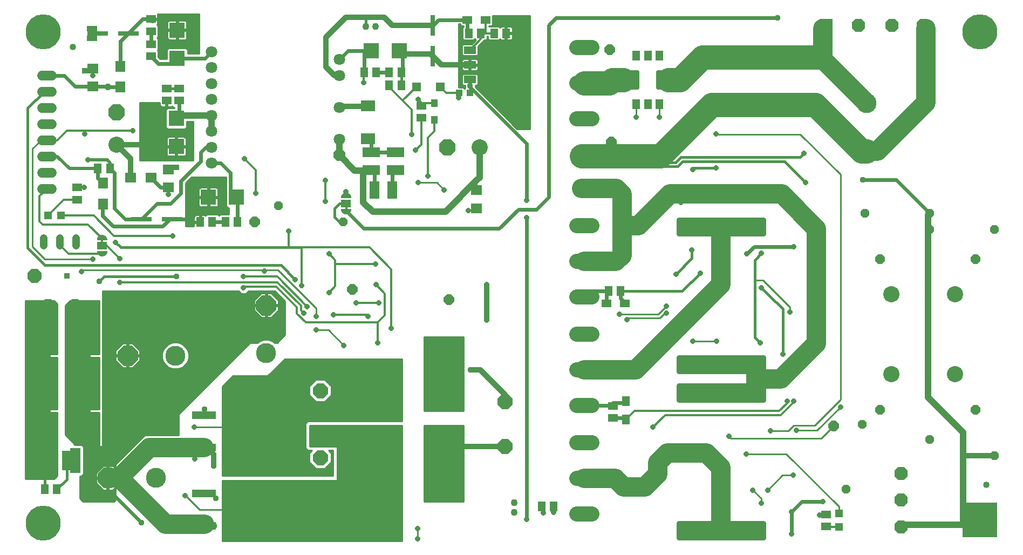
<source format=gtl>
G75*
%MOIN*%
%OFA0B0*%
%FSLAX25Y25*%
%IPPOS*%
%LPD*%
%AMOC8*
5,1,8,0,0,1.08239X$1,22.5*
%
%ADD10C,0.10000*%
%ADD11OC8,0.06000*%
%ADD12OC8,0.08268*%
%ADD13OC8,0.05400*%
%ADD14R,0.08268X0.08268*%
%ADD15C,0.04000*%
%ADD16C,0.09299*%
%ADD17R,0.05118X0.05906*%
%ADD18R,0.05906X0.04724*%
%ADD19C,0.06000*%
%ADD20R,0.04724X0.05906*%
%ADD21R,0.05906X0.05118*%
%ADD22R,0.00984X0.01969*%
%ADD23C,0.02953*%
%ADD24R,0.14567X0.05118*%
%ADD25R,0.39764X0.35039*%
%ADD26C,0.12362*%
%ADD27OC8,0.12362*%
%ADD28OC8,0.08600*%
%ADD29R,0.03543X0.03543*%
%ADD30OC8,0.06496*%
%ADD31R,0.06000X0.12000*%
%ADD32R,0.16000X0.04300*%
%ADD33OC8,0.09299*%
%ADD34R,0.05000X0.06000*%
%ADD35C,0.02500*%
%ADD36R,0.06000X0.05000*%
%ADD37C,0.00100*%
%ADD38R,0.01000X0.03500*%
%ADD39R,0.01000X0.02000*%
%ADD40C,0.04331*%
%ADD41R,0.04724X0.04724*%
%ADD42C,0.04800*%
%ADD43R,0.06890X0.05906*%
%ADD44R,0.09449X0.09449*%
%ADD45R,0.05906X0.06890*%
%ADD46R,0.12800X0.03000*%
%ADD47R,0.07500X0.04500*%
%ADD48R,0.12500X0.20000*%
%ADD49R,0.04331X0.03937*%
%ADD50R,0.07087X0.06299*%
%ADD51R,0.08661X0.07087*%
%ADD52R,0.06299X0.10630*%
%ADD53R,0.10630X0.06299*%
%ADD54OC8,0.10000*%
%ADD55R,0.03000X0.12800*%
%ADD56R,0.03937X0.04724*%
%ADD57C,0.07087*%
%ADD58OC8,0.07087*%
%ADD59R,0.07098X0.06299*%
%ADD60R,0.05512X0.05512*%
%ADD61C,0.10000*%
%ADD62C,0.15000*%
%ADD63OC8,0.03175*%
%ADD64C,0.01000*%
%ADD65C,0.01600*%
%ADD66C,0.12000*%
%ADD67C,0.01200*%
%ADD68C,0.02400*%
%ADD69C,0.04000*%
%ADD70R,0.21654X0.21654*%
%ADD71C,0.03200*%
%ADD72OC8,0.03569*%
%ADD73C,0.02000*%
%ADD74OC8,0.03962*%
%ADD75R,0.03175X0.03175*%
%ADD76R,0.03569X0.03569*%
%ADD77C,0.01400*%
%ADD78C,0.21654*%
D10*
X0082918Y0264250D03*
X0307168Y0262500D03*
X0561733Y0171856D03*
X0601103Y0171856D03*
X0601103Y0122644D03*
X0561733Y0122644D03*
D11*
X0554668Y0100500D03*
X0613668Y0100500D03*
X0613668Y0193500D03*
X0554668Y0193500D03*
D12*
X0567668Y0061285D03*
X0567668Y0044750D03*
X0567668Y0028215D03*
X0561881Y0337709D03*
X0581381Y0337709D03*
X0541381Y0337709D03*
X0057186Y0165000D03*
X0040650Y0165000D03*
D13*
X0182918Y0226500D03*
X0222918Y0216500D03*
X0533668Y0051500D03*
X0585168Y0082250D03*
X0625168Y0072250D03*
X0543668Y0091500D03*
X0585168Y0212000D03*
X0585168Y0222000D03*
X0545168Y0222000D03*
X0625168Y0212000D03*
D14*
X0521381Y0337709D03*
D15*
X0620278Y0054244D03*
X0056036Y0324459D03*
D16*
X0367286Y0324276D02*
X0376585Y0324276D01*
X0376585Y0302276D02*
X0367286Y0302276D01*
X0367286Y0280276D02*
X0376585Y0280276D01*
X0376585Y0214039D02*
X0367286Y0214039D01*
X0367286Y0192039D02*
X0376585Y0192039D01*
X0376585Y0170039D02*
X0367286Y0170039D01*
X0367286Y0147110D02*
X0376585Y0147110D01*
X0376585Y0125110D02*
X0367286Y0125110D01*
X0367286Y0103110D02*
X0376585Y0103110D01*
X0376585Y0080181D02*
X0367286Y0080181D01*
X0367286Y0058181D02*
X0376585Y0058181D01*
X0376585Y0036181D02*
X0367286Y0036181D01*
D17*
X0353158Y0041000D03*
X0345678Y0041000D03*
X0386928Y0173750D03*
X0394408Y0173750D03*
X0258908Y0301000D03*
X0251428Y0301000D03*
X0251428Y0308750D03*
X0258908Y0308750D03*
X0243408Y0308750D03*
X0235928Y0308750D03*
X0300678Y0333000D03*
X0308158Y0333000D03*
X0316178Y0333000D03*
X0323658Y0333000D03*
X0157658Y0216500D03*
X0150178Y0216500D03*
X0142158Y0216500D03*
X0134678Y0216500D03*
X0078908Y0249500D03*
X0071428Y0249500D03*
X0046158Y0051500D03*
X0038678Y0051500D03*
D18*
X0385709Y0166250D03*
X0397127Y0166250D03*
X0311127Y0341250D03*
X0299709Y0341250D03*
D19*
X0367436Y0257157D02*
X0373436Y0257157D01*
X0373436Y0237157D02*
X0367436Y0237157D01*
X0042918Y0237000D02*
X0036918Y0237000D01*
X0036918Y0247000D02*
X0042918Y0247000D01*
X0042918Y0257000D02*
X0036918Y0257000D01*
X0036918Y0267000D02*
X0042918Y0267000D01*
X0042918Y0277000D02*
X0036918Y0277000D01*
X0036918Y0287000D02*
X0042918Y0287000D01*
X0042918Y0297000D02*
X0036918Y0297000D01*
X0036918Y0307000D02*
X0042918Y0307000D01*
D20*
X0397668Y0105959D03*
X0397668Y0094541D03*
D21*
X0389668Y0095510D03*
X0389668Y0102990D03*
X0521418Y0035990D03*
X0521418Y0028510D03*
X0271168Y0280760D03*
X0271168Y0288240D03*
X0121668Y0291510D03*
X0121668Y0298990D03*
X0113918Y0298990D03*
X0113918Y0291510D03*
X0104168Y0318760D03*
X0104168Y0326240D03*
X0104168Y0334260D03*
X0104168Y0341740D03*
X0058668Y0237740D03*
X0058668Y0230260D03*
D22*
X0545955Y0260250D03*
X0546881Y0260250D03*
D23*
X0482501Y0209091D02*
X0430335Y0209091D01*
X0430335Y0217949D01*
X0482501Y0217949D01*
X0482501Y0209091D01*
X0482501Y0212043D02*
X0430335Y0212043D01*
X0430335Y0214995D02*
X0482501Y0214995D01*
X0482501Y0217947D02*
X0430335Y0217947D01*
X0430335Y0124051D02*
X0482501Y0124051D01*
X0430335Y0124051D02*
X0430335Y0132909D01*
X0482501Y0132909D01*
X0482501Y0124051D01*
X0482501Y0127003D02*
X0430335Y0127003D01*
X0430335Y0129955D02*
X0482501Y0129955D01*
X0482501Y0132907D02*
X0430335Y0132907D01*
X0430335Y0115449D02*
X0482501Y0115449D01*
X0482501Y0106591D01*
X0430335Y0106591D01*
X0430335Y0115449D01*
X0430335Y0109543D02*
X0482501Y0109543D01*
X0482501Y0112495D02*
X0430335Y0112495D01*
X0430335Y0115447D02*
X0482501Y0115447D01*
X0482501Y0030409D02*
X0430335Y0030409D01*
X0482501Y0030409D02*
X0482501Y0021551D01*
X0430335Y0021551D01*
X0430335Y0030409D01*
X0430335Y0024503D02*
X0482501Y0024503D01*
X0482501Y0027455D02*
X0430335Y0027455D01*
X0430335Y0030407D02*
X0482501Y0030407D01*
D24*
X0136934Y0029000D03*
X0136934Y0049000D03*
X0136934Y0077250D03*
X0136934Y0097250D03*
D25*
X0176698Y0087250D03*
X0176698Y0039000D03*
D26*
X0107182Y0058500D03*
X0119432Y0134000D03*
X0175418Y0135486D03*
X0475918Y0318264D03*
X0546418Y0289764D03*
D27*
X0546418Y0260236D03*
X0475918Y0288736D03*
X0175418Y0165014D03*
X0089904Y0134000D03*
X0077654Y0058500D03*
D28*
X0032168Y0183250D03*
D29*
X0052168Y0183250D03*
D30*
X0168418Y0216500D03*
X0228668Y0175000D03*
X0288418Y0168500D03*
X0388668Y0265750D03*
X0387668Y0323000D03*
X0525918Y0090500D03*
D31*
X0052318Y0069250D03*
X0032518Y0069250D03*
D32*
X0034368Y0099750D03*
X0058968Y0099750D03*
X0058968Y0134500D03*
X0034368Y0134500D03*
D33*
X0208861Y0112315D03*
X0208861Y0098535D03*
X0208861Y0084756D03*
X0208861Y0070976D03*
X0323034Y0077866D03*
X0323034Y0105425D03*
D34*
X0403868Y0289250D03*
X0411168Y0289250D03*
X0418468Y0289250D03*
X0418468Y0319250D03*
X0411168Y0319250D03*
X0403868Y0319250D03*
D35*
X0404618Y0299500D02*
X0397118Y0299500D01*
X0397118Y0309000D01*
X0404618Y0309000D01*
X0404618Y0299500D01*
X0404618Y0301999D02*
X0397118Y0301999D01*
X0397118Y0304498D02*
X0404618Y0304498D01*
X0404618Y0306997D02*
X0397118Y0306997D01*
X0417718Y0299500D02*
X0425218Y0299500D01*
X0417718Y0299500D02*
X0417718Y0309000D01*
X0425218Y0309000D01*
X0425218Y0299500D01*
X0425218Y0301999D02*
X0417718Y0301999D01*
X0417718Y0304498D02*
X0425218Y0304498D01*
X0425218Y0306997D02*
X0417718Y0306997D01*
D36*
X0224668Y0228000D03*
X0073918Y0202000D03*
D37*
X0074418Y0204000D02*
X0073418Y0204000D01*
X0073418Y0205500D01*
X0070918Y0205500D01*
X0070976Y0206085D01*
X0071146Y0206648D01*
X0071424Y0207167D01*
X0071797Y0207621D01*
X0072251Y0207994D01*
X0072770Y0208272D01*
X0073333Y0208442D01*
X0073918Y0208500D01*
X0074503Y0208442D01*
X0075066Y0208272D01*
X0075585Y0207994D01*
X0076039Y0207621D01*
X0076412Y0207167D01*
X0076690Y0206648D01*
X0076860Y0206085D01*
X0076918Y0205500D01*
X0074418Y0205500D01*
X0074418Y0204000D01*
X0074418Y0204023D02*
X0073418Y0204023D01*
X0073418Y0204121D02*
X0074418Y0204121D01*
X0074418Y0204220D02*
X0073418Y0204220D01*
X0073418Y0204318D02*
X0074418Y0204318D01*
X0074418Y0204417D02*
X0073418Y0204417D01*
X0073418Y0204515D02*
X0074418Y0204515D01*
X0074418Y0204614D02*
X0073418Y0204614D01*
X0073418Y0204712D02*
X0074418Y0204712D01*
X0074418Y0204811D02*
X0073418Y0204811D01*
X0073418Y0204909D02*
X0074418Y0204909D01*
X0074418Y0205008D02*
X0073418Y0205008D01*
X0073418Y0205106D02*
X0074418Y0205106D01*
X0074418Y0205205D02*
X0073418Y0205205D01*
X0073418Y0205303D02*
X0074418Y0205303D01*
X0074418Y0205402D02*
X0073418Y0205402D01*
X0070928Y0205599D02*
X0076908Y0205599D01*
X0076899Y0205697D02*
X0070937Y0205697D01*
X0070947Y0205796D02*
X0076889Y0205796D01*
X0076879Y0205894D02*
X0070957Y0205894D01*
X0070967Y0205993D02*
X0076869Y0205993D01*
X0076858Y0206091D02*
X0070977Y0206091D01*
X0071007Y0206190D02*
X0076829Y0206190D01*
X0076799Y0206288D02*
X0071037Y0206288D01*
X0071067Y0206387D02*
X0076769Y0206387D01*
X0076739Y0206485D02*
X0071097Y0206485D01*
X0071127Y0206584D02*
X0076709Y0206584D01*
X0076671Y0206682D02*
X0071165Y0206682D01*
X0071217Y0206781D02*
X0076619Y0206781D01*
X0076566Y0206879D02*
X0071270Y0206879D01*
X0071323Y0206978D02*
X0076513Y0206978D01*
X0076461Y0207076D02*
X0071375Y0207076D01*
X0071430Y0207175D02*
X0076406Y0207175D01*
X0076325Y0207274D02*
X0071511Y0207274D01*
X0071592Y0207372D02*
X0076244Y0207372D01*
X0076163Y0207471D02*
X0071673Y0207471D01*
X0071754Y0207569D02*
X0076082Y0207569D01*
X0075983Y0207668D02*
X0071853Y0207668D01*
X0071973Y0207766D02*
X0075863Y0207766D01*
X0075743Y0207865D02*
X0072093Y0207865D01*
X0072213Y0207963D02*
X0075623Y0207963D01*
X0075459Y0208062D02*
X0072377Y0208062D01*
X0072561Y0208160D02*
X0075275Y0208160D01*
X0075090Y0208259D02*
X0072746Y0208259D01*
X0073052Y0208357D02*
X0074784Y0208357D01*
X0074368Y0208456D02*
X0073468Y0208456D01*
X0070918Y0205500D02*
X0076918Y0205500D01*
X0076918Y0198500D02*
X0070918Y0198500D01*
X0070976Y0197915D01*
X0076860Y0197915D01*
X0076690Y0197352D01*
X0076412Y0196833D01*
X0076039Y0196379D01*
X0075585Y0196006D01*
X0075066Y0195728D01*
X0074503Y0195558D01*
X0073918Y0195500D01*
X0073333Y0195558D01*
X0072770Y0195728D01*
X0072251Y0196006D01*
X0071797Y0196379D01*
X0071424Y0196833D01*
X0071146Y0197352D01*
X0070976Y0197915D01*
X0070966Y0198013D02*
X0076870Y0198013D01*
X0076860Y0197915D02*
X0076918Y0198500D01*
X0076909Y0198407D02*
X0070927Y0198407D01*
X0070937Y0198309D02*
X0076899Y0198309D01*
X0076889Y0198210D02*
X0070946Y0198210D01*
X0070956Y0198112D02*
X0076880Y0198112D01*
X0076831Y0197816D02*
X0071005Y0197816D01*
X0071035Y0197718D02*
X0076801Y0197718D01*
X0076771Y0197619D02*
X0071065Y0197619D01*
X0071095Y0197521D02*
X0076741Y0197521D01*
X0076711Y0197422D02*
X0071125Y0197422D01*
X0071161Y0197324D02*
X0076675Y0197324D01*
X0076622Y0197225D02*
X0071214Y0197225D01*
X0071267Y0197127D02*
X0076569Y0197127D01*
X0076517Y0197028D02*
X0071319Y0197028D01*
X0071372Y0196930D02*
X0076464Y0196930D01*
X0076411Y0196831D02*
X0071425Y0196831D01*
X0071506Y0196733D02*
X0076330Y0196733D01*
X0076249Y0196634D02*
X0071587Y0196634D01*
X0071668Y0196536D02*
X0076168Y0196536D01*
X0076087Y0196437D02*
X0071749Y0196437D01*
X0071845Y0196339D02*
X0075991Y0196339D01*
X0075871Y0196240D02*
X0071965Y0196240D01*
X0072085Y0196142D02*
X0075751Y0196142D01*
X0075631Y0196043D02*
X0072205Y0196043D01*
X0072365Y0195945D02*
X0075471Y0195945D01*
X0075287Y0195846D02*
X0072549Y0195846D01*
X0072734Y0195748D02*
X0075102Y0195748D01*
X0074805Y0195649D02*
X0073031Y0195649D01*
X0073404Y0195551D02*
X0074432Y0195551D01*
X0221726Y0223915D02*
X0221668Y0224500D01*
X0224168Y0224500D01*
X0224168Y0226000D01*
X0225168Y0226000D01*
X0225168Y0224500D01*
X0227668Y0224500D01*
X0227610Y0223915D01*
X0227440Y0223352D01*
X0227162Y0222833D01*
X0226789Y0222379D01*
X0226335Y0222006D01*
X0225816Y0221728D01*
X0225253Y0221558D01*
X0224668Y0221500D01*
X0224083Y0221558D01*
X0223520Y0221728D01*
X0223001Y0222006D01*
X0222547Y0222379D01*
X0222174Y0222833D01*
X0221896Y0223352D01*
X0221726Y0223915D01*
X0221725Y0223922D02*
X0227611Y0223922D01*
X0227621Y0224020D02*
X0221715Y0224020D01*
X0221706Y0224119D02*
X0227630Y0224119D01*
X0227640Y0224217D02*
X0221696Y0224217D01*
X0221686Y0224316D02*
X0227650Y0224316D01*
X0227660Y0224414D02*
X0221676Y0224414D01*
X0221753Y0223823D02*
X0227583Y0223823D01*
X0227553Y0223725D02*
X0221783Y0223725D01*
X0221813Y0223626D02*
X0227523Y0223626D01*
X0227493Y0223528D02*
X0221843Y0223528D01*
X0221873Y0223429D02*
X0227463Y0223429D01*
X0227428Y0223331D02*
X0221908Y0223331D01*
X0221960Y0223232D02*
X0227376Y0223232D01*
X0227323Y0223134D02*
X0222013Y0223134D01*
X0222066Y0223035D02*
X0227270Y0223035D01*
X0227218Y0222937D02*
X0222118Y0222937D01*
X0222171Y0222838D02*
X0227165Y0222838D01*
X0227086Y0222740D02*
X0222250Y0222740D01*
X0222331Y0222641D02*
X0227005Y0222641D01*
X0226924Y0222543D02*
X0222412Y0222543D01*
X0222493Y0222444D02*
X0226843Y0222444D01*
X0226749Y0222346D02*
X0222587Y0222346D01*
X0222707Y0222247D02*
X0226629Y0222247D01*
X0226509Y0222149D02*
X0222827Y0222149D01*
X0222947Y0222050D02*
X0226389Y0222050D01*
X0226234Y0221952D02*
X0223102Y0221952D01*
X0223286Y0221853D02*
X0226050Y0221853D01*
X0225865Y0221755D02*
X0223471Y0221755D01*
X0223758Y0221656D02*
X0225578Y0221656D01*
X0225253Y0221558D02*
X0224083Y0221558D01*
X0224168Y0224513D02*
X0225168Y0224513D01*
X0225168Y0224612D02*
X0224168Y0224612D01*
X0224168Y0224710D02*
X0225168Y0224710D01*
X0225168Y0224809D02*
X0224168Y0224809D01*
X0224168Y0224907D02*
X0225168Y0224907D01*
X0225168Y0225006D02*
X0224168Y0225006D01*
X0224168Y0225104D02*
X0225168Y0225104D01*
X0225168Y0225203D02*
X0224168Y0225203D01*
X0224168Y0225301D02*
X0225168Y0225301D01*
X0225168Y0225400D02*
X0224168Y0225400D01*
X0224168Y0225498D02*
X0225168Y0225498D01*
X0225168Y0225597D02*
X0224168Y0225597D01*
X0224168Y0225695D02*
X0225168Y0225695D01*
X0225168Y0225794D02*
X0224168Y0225794D01*
X0224168Y0225892D02*
X0225168Y0225892D01*
X0225168Y0225991D02*
X0224168Y0225991D01*
X0221668Y0231500D02*
X0221726Y0232085D01*
X0221896Y0232648D01*
X0222174Y0233167D01*
X0222547Y0233621D01*
X0223001Y0233994D01*
X0223520Y0234272D01*
X0224083Y0234442D01*
X0224668Y0234500D01*
X0225253Y0234442D01*
X0225816Y0234272D01*
X0226335Y0233994D01*
X0226789Y0233621D01*
X0227162Y0233167D01*
X0227440Y0232648D01*
X0227610Y0232085D01*
X0227668Y0231500D01*
X0221668Y0231500D01*
X0221669Y0231507D02*
X0227667Y0231507D01*
X0227658Y0231606D02*
X0221678Y0231606D01*
X0221688Y0231704D02*
X0227648Y0231704D01*
X0227638Y0231803D02*
X0221698Y0231803D01*
X0221707Y0231901D02*
X0227628Y0231901D01*
X0227619Y0232000D02*
X0221717Y0232000D01*
X0221730Y0232098D02*
X0227606Y0232098D01*
X0227576Y0232197D02*
X0221759Y0232197D01*
X0221789Y0232295D02*
X0227547Y0232295D01*
X0227517Y0232394D02*
X0221819Y0232394D01*
X0221849Y0232492D02*
X0227487Y0232492D01*
X0227457Y0232591D02*
X0221879Y0232591D01*
X0221918Y0232689D02*
X0227417Y0232689D01*
X0227365Y0232788D02*
X0221971Y0232788D01*
X0222024Y0232886D02*
X0227312Y0232886D01*
X0227260Y0232985D02*
X0222076Y0232985D01*
X0222129Y0233083D02*
X0227207Y0233083D01*
X0227150Y0233182D02*
X0222186Y0233182D01*
X0222267Y0233280D02*
X0227069Y0233280D01*
X0226988Y0233379D02*
X0222348Y0233379D01*
X0222429Y0233478D02*
X0226907Y0233478D01*
X0226826Y0233576D02*
X0222509Y0233576D01*
X0222612Y0233675D02*
X0226724Y0233675D01*
X0226604Y0233773D02*
X0222732Y0233773D01*
X0222852Y0233872D02*
X0226484Y0233872D01*
X0226364Y0233970D02*
X0222972Y0233970D01*
X0223140Y0234069D02*
X0226196Y0234069D01*
X0226012Y0234167D02*
X0223324Y0234167D01*
X0223509Y0234266D02*
X0225827Y0234266D01*
X0225511Y0234364D02*
X0223825Y0234364D01*
X0224289Y0234463D02*
X0225047Y0234463D01*
D38*
X0224668Y0223500D03*
X0073918Y0206500D03*
D39*
X0073918Y0196750D03*
X0224668Y0233250D03*
D40*
X0236965Y0337250D03*
X0242871Y0337250D03*
X0328668Y0043203D03*
X0328668Y0037297D03*
D41*
X0529168Y0036384D03*
X0529168Y0028116D03*
X0048802Y0220500D03*
X0040534Y0220500D03*
D42*
X0037918Y0206650D02*
X0037918Y0201850D01*
X0047918Y0201850D02*
X0047918Y0206650D01*
X0057918Y0206650D02*
X0057918Y0201850D01*
D43*
X0091516Y0243750D03*
X0104316Y0243750D03*
D44*
X0119918Y0263089D03*
X0119918Y0280411D03*
X0120418Y0317589D03*
X0120418Y0334911D03*
X0240257Y0322250D03*
X0257579Y0322250D03*
X0157079Y0231750D03*
X0139757Y0231750D03*
D45*
X0074668Y0227598D03*
X0074668Y0240398D03*
X0085418Y0299852D03*
X0085418Y0312652D03*
D46*
X0090168Y0333000D03*
X0071168Y0333000D03*
X0098168Y0218250D03*
X0117168Y0218250D03*
D47*
X0301318Y0304400D03*
X0301318Y0313500D03*
X0301318Y0322600D03*
D48*
X0324018Y0313500D03*
D49*
X0301264Y0296250D03*
X0294572Y0296250D03*
D50*
X0114918Y0249012D03*
X0114918Y0237988D03*
X0068418Y0300238D03*
X0068418Y0311262D03*
D51*
X0238418Y0288039D03*
X0238418Y0267961D03*
D52*
X0242406Y0236250D03*
X0253430Y0236250D03*
D53*
X0255168Y0248488D03*
X0255168Y0259512D03*
X0240418Y0259512D03*
X0240418Y0248488D03*
D54*
X0287168Y0262500D03*
X0082918Y0284250D03*
D55*
X0278418Y0318750D03*
X0278418Y0337750D03*
D56*
X0279168Y0289868D03*
X0279168Y0279632D03*
D57*
X0220538Y0287250D03*
X0220538Y0267565D03*
X0220538Y0306935D03*
X0220538Y0316778D03*
X0141798Y0321699D03*
X0141798Y0311856D03*
X0141798Y0302014D03*
X0141798Y0292171D03*
X0141798Y0282329D03*
X0141798Y0272486D03*
X0141798Y0262644D03*
X0141798Y0252801D03*
D58*
X0220538Y0257722D03*
D59*
X0305168Y0236098D03*
X0305168Y0224902D03*
D60*
X0283148Y0299750D03*
X0268188Y0299750D03*
D61*
X0395910Y0304250D02*
X0400868Y0304250D01*
X0421468Y0304250D02*
X0423918Y0304250D01*
X0456418Y0213520D02*
X0456418Y0209000D01*
X0456438Y0128500D02*
X0456418Y0128480D01*
X0456438Y0128500D02*
X0478168Y0128500D01*
X0477918Y0128250D01*
X0477918Y0119500D01*
X0477918Y0111250D01*
X0477688Y0111020D01*
X0456418Y0111020D01*
D62*
X0419075Y0257157D02*
X0370436Y0257157D01*
X0419075Y0257157D02*
X0450654Y0288736D01*
X0475918Y0288736D01*
X0514682Y0288736D01*
X0543182Y0260236D01*
X0546418Y0260236D01*
X0517668Y0318264D02*
X0475918Y0318264D01*
X0444932Y0318264D01*
X0430918Y0304250D01*
X0423918Y0304250D01*
X0395910Y0304250D02*
X0389410Y0304250D01*
X0387436Y0302276D01*
X0371936Y0302276D01*
D63*
X0403918Y0281250D03*
X0418418Y0281250D03*
X0453168Y0270750D03*
X0453168Y0249750D03*
X0438918Y0248750D03*
X0431918Y0235000D03*
X0431822Y0228404D03*
X0438418Y0199250D03*
X0443668Y0185000D03*
X0428514Y0184346D03*
X0422668Y0164500D03*
X0422668Y0160250D03*
X0438918Y0142750D03*
X0453668Y0142750D03*
X0480668Y0141750D03*
X0494668Y0135000D03*
X0498918Y0161000D03*
X0481418Y0176000D03*
X0481418Y0197250D03*
X0472418Y0196750D03*
X0501418Y0201250D03*
X0508668Y0240750D03*
X0507668Y0259000D03*
X0499668Y0312750D03*
X0336168Y0229750D03*
X0336168Y0219250D03*
X0300418Y0223500D03*
X0285418Y0236250D03*
X0275168Y0244750D03*
X0269418Y0240750D03*
X0267668Y0260750D03*
X0265168Y0270500D03*
X0269168Y0292250D03*
X0294418Y0293250D03*
X0235668Y0302500D03*
X0161918Y0255500D03*
X0128168Y0255500D03*
X0114918Y0233500D03*
X0117668Y0208000D03*
X0082418Y0204000D03*
X0084918Y0194000D03*
X0068168Y0193500D03*
X0061418Y0186000D03*
X0084918Y0179250D03*
X0161418Y0175750D03*
X0161418Y0182750D03*
X0174168Y0186250D03*
X0193418Y0181000D03*
X0197168Y0177250D03*
X0214168Y0173000D03*
X0200688Y0164230D03*
X0198668Y0160250D03*
X0206418Y0158250D03*
X0206418Y0149750D03*
X0216918Y0159250D03*
X0230918Y0166500D03*
X0238418Y0158250D03*
X0244918Y0166500D03*
X0243168Y0177750D03*
X0242918Y0190500D03*
X0214168Y0196750D03*
X0189168Y0211000D03*
X0211918Y0229250D03*
X0224668Y0235250D03*
X0211918Y0242250D03*
X0168918Y0234250D03*
X0092918Y0273000D03*
X0063418Y0271000D03*
X0065168Y0254750D03*
X0062918Y0238000D03*
X0068418Y0306750D03*
X0311668Y0178000D03*
X0311668Y0155750D03*
X0252668Y0150750D03*
X0244418Y0141750D03*
X0223418Y0140250D03*
X0130918Y0090000D03*
X0119918Y0086000D03*
X0131418Y0070250D03*
X0125418Y0047500D03*
X0268918Y0027250D03*
X0268918Y0020750D03*
X0336168Y0032750D03*
X0346668Y0037000D03*
X0352918Y0037250D03*
X0414418Y0089750D03*
X0461418Y0084250D03*
X0471918Y0073250D03*
X0486918Y0087500D03*
X0502918Y0087750D03*
X0530168Y0102250D03*
X0501418Y0106000D03*
X0497168Y0106000D03*
X0500918Y0060250D03*
X0485168Y0051000D03*
X0475918Y0051000D03*
X0481168Y0042750D03*
X0499918Y0037500D03*
X0499918Y0024000D03*
X0517168Y0035500D03*
X0519418Y0044000D03*
X0398168Y0156250D03*
X0393668Y0159500D03*
D64*
X0417668Y0159500D01*
X0422668Y0164500D01*
X0422668Y0160250D02*
X0421668Y0160250D01*
X0418668Y0157250D01*
X0399168Y0157250D01*
X0398168Y0156250D01*
X0438918Y0142750D02*
X0453668Y0142750D01*
X0472168Y0125750D02*
X0472168Y0115500D01*
X0479168Y0115500D01*
X0479168Y0125750D01*
X0472168Y0125750D01*
X0472168Y0124824D02*
X0479168Y0124824D01*
X0479168Y0123826D02*
X0472168Y0123826D01*
X0472168Y0122827D02*
X0479168Y0122827D01*
X0479168Y0121829D02*
X0472168Y0121829D01*
X0472168Y0120830D02*
X0479168Y0120830D01*
X0479168Y0119832D02*
X0472168Y0119832D01*
X0472168Y0118833D02*
X0479168Y0118833D01*
X0479168Y0117835D02*
X0472168Y0117835D01*
X0472168Y0116836D02*
X0479168Y0116836D01*
X0479168Y0115838D02*
X0472168Y0115838D01*
X0497918Y0087500D02*
X0501418Y0091000D01*
X0514418Y0091000D01*
X0530168Y0106750D01*
X0530168Y0245750D01*
X0505418Y0270500D01*
X0453418Y0270500D01*
X0453168Y0270750D01*
X0418468Y0281300D02*
X0418418Y0281250D01*
X0418468Y0281300D02*
X0418468Y0289250D01*
X0403868Y0289250D02*
X0403868Y0281300D01*
X0403918Y0281250D01*
X0338168Y0281591D02*
X0322863Y0281591D01*
X0321864Y0282589D02*
X0338168Y0282589D01*
X0338168Y0283588D02*
X0320866Y0283588D01*
X0319867Y0284586D02*
X0338168Y0284586D01*
X0338168Y0285585D02*
X0318869Y0285585D01*
X0317870Y0286583D02*
X0338168Y0286583D01*
X0338168Y0287582D02*
X0316872Y0287582D01*
X0315873Y0288580D02*
X0338168Y0288580D01*
X0338168Y0289579D02*
X0314875Y0289579D01*
X0313876Y0290577D02*
X0338168Y0290577D01*
X0338168Y0291576D02*
X0312878Y0291576D01*
X0311879Y0292574D02*
X0338168Y0292574D01*
X0338168Y0293573D02*
X0310881Y0293573D01*
X0309882Y0294571D02*
X0338168Y0294571D01*
X0338168Y0295570D02*
X0308884Y0295570D01*
X0307885Y0296568D02*
X0338168Y0296568D01*
X0338168Y0297567D02*
X0306887Y0297567D01*
X0305888Y0298565D02*
X0338168Y0298565D01*
X0338168Y0299564D02*
X0304890Y0299564D01*
X0304502Y0299951D02*
X0304502Y0300850D01*
X0305606Y0300850D01*
X0306368Y0301612D01*
X0306368Y0307188D01*
X0305606Y0307950D01*
X0297029Y0307950D01*
X0296268Y0307188D01*
X0296268Y0301612D01*
X0297029Y0300850D01*
X0298334Y0300850D01*
X0298334Y0299292D01*
X0297918Y0298876D01*
X0297275Y0299518D01*
X0294168Y0299518D01*
X0294168Y0338750D01*
X0295457Y0338750D01*
X0295457Y0338349D01*
X0296218Y0337588D01*
X0297209Y0337588D01*
X0297209Y0336882D01*
X0296819Y0336491D01*
X0296819Y0329509D01*
X0297580Y0328747D01*
X0303775Y0328747D01*
X0304418Y0329390D01*
X0304919Y0328888D01*
X0302181Y0326150D01*
X0297029Y0326150D01*
X0296268Y0325388D01*
X0296268Y0319812D01*
X0297029Y0319050D01*
X0305606Y0319050D01*
X0306368Y0319812D01*
X0306368Y0324963D01*
X0310058Y0328653D01*
X0310058Y0328747D01*
X0311256Y0328747D01*
X0312017Y0329509D01*
X0312017Y0331100D01*
X0312319Y0331100D01*
X0312319Y0329509D01*
X0313080Y0328747D01*
X0319275Y0328747D01*
X0319956Y0329428D01*
X0320059Y0329249D01*
X0320301Y0329007D01*
X0320597Y0328836D01*
X0320928Y0328747D01*
X0323158Y0328747D01*
X0323158Y0332500D01*
X0324158Y0332500D01*
X0324158Y0328747D01*
X0326388Y0328747D01*
X0326719Y0328836D01*
X0327015Y0329007D01*
X0327257Y0329249D01*
X0327429Y0329545D01*
X0327517Y0329876D01*
X0327517Y0332500D01*
X0324158Y0332500D01*
X0324158Y0333500D01*
X0323158Y0333500D01*
X0323158Y0337253D01*
X0320928Y0337253D01*
X0320597Y0337164D01*
X0320301Y0336993D01*
X0320059Y0336751D01*
X0319956Y0336572D01*
X0319275Y0337253D01*
X0313080Y0337253D01*
X0313027Y0337199D01*
X0313027Y0337588D01*
X0314618Y0337588D01*
X0315379Y0338349D01*
X0315379Y0344000D01*
X0338168Y0344000D01*
X0338168Y0274000D01*
X0330453Y0274000D01*
X0304502Y0299951D01*
X0304502Y0300562D02*
X0338168Y0300562D01*
X0338168Y0301561D02*
X0306317Y0301561D01*
X0306368Y0302559D02*
X0338168Y0302559D01*
X0338168Y0303558D02*
X0306368Y0303558D01*
X0306368Y0304556D02*
X0338168Y0304556D01*
X0338168Y0305555D02*
X0306368Y0305555D01*
X0306368Y0306553D02*
X0338168Y0306553D01*
X0338168Y0307552D02*
X0306005Y0307552D01*
X0305239Y0309950D02*
X0301818Y0309950D01*
X0301818Y0313000D01*
X0301818Y0314000D01*
X0306368Y0314000D01*
X0306368Y0315921D01*
X0306279Y0316252D01*
X0306108Y0316548D01*
X0305866Y0316790D01*
X0305570Y0316961D01*
X0305239Y0317050D01*
X0301818Y0317050D01*
X0301818Y0314000D01*
X0300818Y0314000D01*
X0300818Y0317050D01*
X0297397Y0317050D01*
X0297066Y0316961D01*
X0296770Y0316790D01*
X0296528Y0316548D01*
X0296357Y0316252D01*
X0296268Y0315921D01*
X0296268Y0314000D01*
X0300818Y0314000D01*
X0300818Y0313000D01*
X0301818Y0313000D01*
X0306368Y0313000D01*
X0306368Y0311079D01*
X0306279Y0310748D01*
X0306108Y0310452D01*
X0305866Y0310210D01*
X0305570Y0310039D01*
X0305239Y0309950D01*
X0306163Y0310547D02*
X0338168Y0310547D01*
X0338168Y0309549D02*
X0294168Y0309549D01*
X0294168Y0310547D02*
X0296472Y0310547D01*
X0296528Y0310452D02*
X0296770Y0310210D01*
X0297066Y0310039D01*
X0297397Y0309950D01*
X0300818Y0309950D01*
X0300818Y0313000D01*
X0296268Y0313000D01*
X0296268Y0311079D01*
X0296357Y0310748D01*
X0296528Y0310452D01*
X0296268Y0311546D02*
X0294168Y0311546D01*
X0294168Y0312544D02*
X0296268Y0312544D01*
X0296268Y0314541D02*
X0294168Y0314541D01*
X0294168Y0313543D02*
X0300818Y0313543D01*
X0300818Y0314541D02*
X0301818Y0314541D01*
X0301818Y0313543D02*
X0338168Y0313543D01*
X0338168Y0314541D02*
X0306368Y0314541D01*
X0306368Y0315540D02*
X0338168Y0315540D01*
X0338168Y0316539D02*
X0306114Y0316539D01*
X0306090Y0319534D02*
X0338168Y0319534D01*
X0338168Y0318536D02*
X0294168Y0318536D01*
X0294168Y0319534D02*
X0296545Y0319534D01*
X0296268Y0320533D02*
X0294168Y0320533D01*
X0294168Y0321531D02*
X0296268Y0321531D01*
X0296268Y0322530D02*
X0294168Y0322530D01*
X0294168Y0323528D02*
X0296268Y0323528D01*
X0296268Y0324527D02*
X0294168Y0324527D01*
X0294168Y0325525D02*
X0296405Y0325525D01*
X0294168Y0326524D02*
X0302555Y0326524D01*
X0303553Y0327522D02*
X0294168Y0327522D01*
X0294168Y0328521D02*
X0304552Y0328521D01*
X0306930Y0325525D02*
X0338168Y0325525D01*
X0338168Y0324527D02*
X0306368Y0324527D01*
X0306368Y0323528D02*
X0338168Y0323528D01*
X0338168Y0322530D02*
X0306368Y0322530D01*
X0306368Y0321531D02*
X0338168Y0321531D01*
X0338168Y0320533D02*
X0306368Y0320533D01*
X0301818Y0316539D02*
X0300818Y0316539D01*
X0300818Y0315540D02*
X0301818Y0315540D01*
X0301818Y0312544D02*
X0300818Y0312544D01*
X0300818Y0311546D02*
X0301818Y0311546D01*
X0301818Y0310547D02*
X0300818Y0310547D01*
X0296631Y0307552D02*
X0294168Y0307552D01*
X0294168Y0308550D02*
X0338168Y0308550D01*
X0338168Y0311546D02*
X0306368Y0311546D01*
X0306368Y0312544D02*
X0338168Y0312544D01*
X0338168Y0317537D02*
X0294168Y0317537D01*
X0294168Y0316539D02*
X0296522Y0316539D01*
X0296268Y0315540D02*
X0294168Y0315540D01*
X0294168Y0306553D02*
X0296268Y0306553D01*
X0296268Y0305555D02*
X0294168Y0305555D01*
X0294168Y0304556D02*
X0296268Y0304556D01*
X0296268Y0303558D02*
X0294168Y0303558D01*
X0294168Y0302559D02*
X0296268Y0302559D01*
X0296319Y0301561D02*
X0294168Y0301561D01*
X0294168Y0300562D02*
X0298334Y0300562D01*
X0298334Y0299564D02*
X0294168Y0299564D01*
X0323861Y0280592D02*
X0338168Y0280592D01*
X0338168Y0279594D02*
X0324860Y0279594D01*
X0325858Y0278595D02*
X0338168Y0278595D01*
X0338168Y0277597D02*
X0326857Y0277597D01*
X0327855Y0276598D02*
X0338168Y0276598D01*
X0338168Y0275600D02*
X0328854Y0275600D01*
X0329852Y0274601D02*
X0338168Y0274601D01*
X0285418Y0236250D02*
X0280918Y0240750D01*
X0269418Y0240750D01*
X0206418Y0163250D02*
X0182668Y0187000D01*
X0174168Y0187000D01*
X0062418Y0187000D01*
X0061418Y0186000D01*
X0068168Y0193500D02*
X0038668Y0193500D01*
X0030918Y0201250D01*
X0030918Y0261750D01*
X0036168Y0267000D01*
X0039918Y0267000D01*
X0097418Y0266613D02*
X0113894Y0266613D01*
X0113894Y0267611D02*
X0097418Y0267611D01*
X0097418Y0268610D02*
X0114153Y0268610D01*
X0114153Y0268611D02*
X0113982Y0268315D01*
X0113894Y0267984D01*
X0113894Y0263589D01*
X0119418Y0263589D01*
X0119418Y0269113D01*
X0115022Y0269113D01*
X0114692Y0269024D01*
X0114395Y0268853D01*
X0114153Y0268611D01*
X0113894Y0265614D02*
X0097418Y0265614D01*
X0097418Y0264616D02*
X0113894Y0264616D01*
X0113894Y0263617D02*
X0097418Y0263617D01*
X0097418Y0262619D02*
X0119418Y0262619D01*
X0119418Y0262589D02*
X0113894Y0262589D01*
X0113894Y0258193D01*
X0113982Y0257862D01*
X0114153Y0257566D01*
X0114395Y0257324D01*
X0114692Y0257153D01*
X0115022Y0257064D01*
X0119418Y0257064D01*
X0119418Y0262589D01*
X0119418Y0263589D01*
X0120418Y0263589D01*
X0120418Y0269113D01*
X0124814Y0269113D01*
X0125144Y0269024D01*
X0125441Y0268853D01*
X0125683Y0268611D01*
X0125854Y0268315D01*
X0125942Y0267984D01*
X0125942Y0263589D01*
X0120418Y0263589D01*
X0120418Y0262589D01*
X0125942Y0262589D01*
X0125942Y0258193D01*
X0125854Y0257862D01*
X0125683Y0257566D01*
X0125441Y0257324D01*
X0125144Y0257153D01*
X0124814Y0257064D01*
X0120418Y0257064D01*
X0120418Y0262589D01*
X0119418Y0262589D01*
X0119418Y0261620D02*
X0120418Y0261620D01*
X0120418Y0260622D02*
X0119418Y0260622D01*
X0119418Y0259623D02*
X0120418Y0259623D01*
X0120418Y0258625D02*
X0119418Y0258625D01*
X0119418Y0257626D02*
X0120418Y0257626D01*
X0125717Y0257626D02*
X0130168Y0257626D01*
X0130168Y0256628D02*
X0097418Y0256628D01*
X0097418Y0257626D02*
X0114118Y0257626D01*
X0113894Y0258625D02*
X0097418Y0258625D01*
X0097418Y0259623D02*
X0113894Y0259623D01*
X0113894Y0260622D02*
X0097418Y0260622D01*
X0097418Y0261620D02*
X0113894Y0261620D01*
X0119418Y0263617D02*
X0120418Y0263617D01*
X0120418Y0262619D02*
X0130168Y0262619D01*
X0130168Y0263617D02*
X0125942Y0263617D01*
X0125942Y0264616D02*
X0130168Y0264616D01*
X0130168Y0265614D02*
X0125942Y0265614D01*
X0125942Y0266613D02*
X0130168Y0266613D01*
X0130168Y0267611D02*
X0125942Y0267611D01*
X0125683Y0268610D02*
X0130168Y0268610D01*
X0130168Y0269608D02*
X0097418Y0269608D01*
X0097418Y0270607D02*
X0130168Y0270607D01*
X0130168Y0271605D02*
X0097418Y0271605D01*
X0097418Y0272604D02*
X0130168Y0272604D01*
X0130168Y0273603D02*
X0097418Y0273603D01*
X0097418Y0274601D02*
X0113875Y0274601D01*
X0113494Y0274983D02*
X0114489Y0273987D01*
X0125347Y0273987D01*
X0126342Y0274983D01*
X0126342Y0278629D01*
X0130168Y0278629D01*
X0130168Y0254500D01*
X0097418Y0254500D01*
X0097418Y0290250D01*
X0109665Y0290250D01*
X0109665Y0288780D01*
X0109754Y0288449D01*
X0109925Y0288153D01*
X0110167Y0287911D01*
X0110463Y0287739D01*
X0110794Y0287651D01*
X0113418Y0287651D01*
X0113418Y0290250D01*
X0114418Y0290250D01*
X0114418Y0287651D01*
X0117042Y0287651D01*
X0117373Y0287739D01*
X0117468Y0287794D01*
X0118011Y0287251D01*
X0118768Y0287251D01*
X0118768Y0286836D01*
X0114489Y0286836D01*
X0113494Y0285840D01*
X0113494Y0274983D01*
X0113494Y0275600D02*
X0097418Y0275600D01*
X0097418Y0276598D02*
X0113494Y0276598D01*
X0113494Y0277597D02*
X0097418Y0277597D01*
X0097418Y0278595D02*
X0113494Y0278595D01*
X0113494Y0279594D02*
X0097418Y0279594D01*
X0097418Y0280592D02*
X0113494Y0280592D01*
X0113494Y0281591D02*
X0097418Y0281591D01*
X0097418Y0282589D02*
X0113494Y0282589D01*
X0113494Y0283588D02*
X0097418Y0283588D01*
X0097418Y0284586D02*
X0113494Y0284586D01*
X0113494Y0285585D02*
X0097418Y0285585D01*
X0097418Y0286583D02*
X0114237Y0286583D01*
X0114418Y0288580D02*
X0113418Y0288580D01*
X0113418Y0289579D02*
X0114418Y0289579D01*
X0117680Y0287582D02*
X0097418Y0287582D01*
X0097418Y0288580D02*
X0109719Y0288580D01*
X0109665Y0289579D02*
X0097418Y0289579D01*
X0126342Y0278595D02*
X0130168Y0278595D01*
X0130168Y0277597D02*
X0126342Y0277597D01*
X0126342Y0276598D02*
X0130168Y0276598D01*
X0130168Y0275600D02*
X0126342Y0275600D01*
X0125961Y0274601D02*
X0130168Y0274601D01*
X0120418Y0268610D02*
X0119418Y0268610D01*
X0119418Y0267611D02*
X0120418Y0267611D01*
X0120418Y0266613D02*
X0119418Y0266613D01*
X0119418Y0265614D02*
X0120418Y0265614D01*
X0120418Y0264616D02*
X0119418Y0264616D01*
X0125942Y0261620D02*
X0130168Y0261620D01*
X0130168Y0260622D02*
X0125942Y0260622D01*
X0125942Y0259623D02*
X0130168Y0259623D01*
X0130168Y0258625D02*
X0125942Y0258625D01*
X0130168Y0255629D02*
X0097418Y0255629D01*
X0097418Y0254631D02*
X0130168Y0254631D01*
X0129269Y0244250D02*
X0150518Y0244250D01*
X0150518Y0231423D01*
X0150655Y0231092D01*
X0150655Y0226321D01*
X0151651Y0225326D01*
X0152168Y0225326D01*
X0152168Y0221153D01*
X0146915Y0221153D01*
X0146168Y0220406D01*
X0145421Y0221153D01*
X0138895Y0221153D01*
X0138135Y0220393D01*
X0138035Y0220493D01*
X0137739Y0220664D01*
X0137408Y0220753D01*
X0135178Y0220753D01*
X0135178Y0217000D01*
X0134178Y0217000D01*
X0134178Y0220753D01*
X0131948Y0220753D01*
X0131617Y0220664D01*
X0131321Y0220493D01*
X0131079Y0220251D01*
X0130907Y0219955D01*
X0130819Y0219624D01*
X0130819Y0217000D01*
X0134178Y0217000D01*
X0134178Y0216000D01*
X0130819Y0216000D01*
X0130819Y0213750D01*
X0125668Y0213750D01*
X0125668Y0240649D01*
X0129269Y0244250D01*
X0128666Y0243647D02*
X0150518Y0243647D01*
X0150518Y0242649D02*
X0127668Y0242649D01*
X0126669Y0241650D02*
X0150518Y0241650D01*
X0150518Y0240652D02*
X0125671Y0240652D01*
X0125668Y0239653D02*
X0150518Y0239653D01*
X0150518Y0238655D02*
X0125668Y0238655D01*
X0125668Y0237656D02*
X0134479Y0237656D01*
X0134530Y0237686D02*
X0134234Y0237515D01*
X0133992Y0237273D01*
X0133821Y0236976D01*
X0133732Y0236646D01*
X0133732Y0232250D01*
X0139257Y0232250D01*
X0139257Y0237774D01*
X0134861Y0237774D01*
X0134530Y0237686D01*
X0133735Y0236658D02*
X0125668Y0236658D01*
X0125668Y0235659D02*
X0133732Y0235659D01*
X0133732Y0234661D02*
X0125668Y0234661D01*
X0125668Y0233662D02*
X0133732Y0233662D01*
X0133732Y0232664D02*
X0125668Y0232664D01*
X0125668Y0231665D02*
X0139257Y0231665D01*
X0139257Y0231250D02*
X0133732Y0231250D01*
X0133732Y0226854D01*
X0133821Y0226524D01*
X0133992Y0226227D01*
X0134234Y0225985D01*
X0134530Y0225814D01*
X0134861Y0225726D01*
X0139257Y0225726D01*
X0139257Y0231250D01*
X0140257Y0231250D01*
X0140257Y0232250D01*
X0145781Y0232250D01*
X0145781Y0236646D01*
X0145692Y0236976D01*
X0145521Y0237273D01*
X0145279Y0237515D01*
X0144983Y0237686D01*
X0144652Y0237774D01*
X0140257Y0237774D01*
X0140257Y0232250D01*
X0139257Y0232250D01*
X0139257Y0231250D01*
X0139257Y0230667D02*
X0140257Y0230667D01*
X0140257Y0231250D02*
X0140257Y0225726D01*
X0144652Y0225726D01*
X0144983Y0225814D01*
X0145279Y0225985D01*
X0145521Y0226227D01*
X0145692Y0226524D01*
X0145781Y0226854D01*
X0145781Y0231250D01*
X0140257Y0231250D01*
X0140257Y0231665D02*
X0150518Y0231665D01*
X0150518Y0232664D02*
X0145781Y0232664D01*
X0145781Y0233662D02*
X0150518Y0233662D01*
X0150518Y0234661D02*
X0145781Y0234661D01*
X0145781Y0235659D02*
X0150518Y0235659D01*
X0150518Y0236658D02*
X0145778Y0236658D01*
X0145034Y0237656D02*
X0150518Y0237656D01*
X0140257Y0237656D02*
X0139257Y0237656D01*
X0139257Y0236658D02*
X0140257Y0236658D01*
X0140257Y0235659D02*
X0139257Y0235659D01*
X0139257Y0234661D02*
X0140257Y0234661D01*
X0140257Y0233662D02*
X0139257Y0233662D01*
X0139257Y0232664D02*
X0140257Y0232664D01*
X0140257Y0229668D02*
X0139257Y0229668D01*
X0139257Y0228670D02*
X0140257Y0228670D01*
X0140257Y0227671D02*
X0139257Y0227671D01*
X0139257Y0226672D02*
X0140257Y0226672D01*
X0145732Y0226672D02*
X0150655Y0226672D01*
X0150655Y0227671D02*
X0145781Y0227671D01*
X0145781Y0228670D02*
X0150655Y0228670D01*
X0150655Y0229668D02*
X0145781Y0229668D01*
X0145781Y0230667D02*
X0150655Y0230667D01*
X0151302Y0225674D02*
X0125668Y0225674D01*
X0125668Y0226672D02*
X0133781Y0226672D01*
X0133732Y0227671D02*
X0125668Y0227671D01*
X0125668Y0228670D02*
X0133732Y0228670D01*
X0133732Y0229668D02*
X0125668Y0229668D01*
X0125668Y0230667D02*
X0133732Y0230667D01*
X0134178Y0220681D02*
X0135178Y0220681D01*
X0135178Y0219683D02*
X0134178Y0219683D01*
X0134178Y0218684D02*
X0135178Y0218684D01*
X0135178Y0217686D02*
X0134178Y0217686D01*
X0134178Y0216687D02*
X0125668Y0216687D01*
X0125668Y0215689D02*
X0130819Y0215689D01*
X0130819Y0214690D02*
X0125668Y0214690D01*
X0125668Y0217686D02*
X0130819Y0217686D01*
X0130819Y0218684D02*
X0125668Y0218684D01*
X0125668Y0219683D02*
X0130835Y0219683D01*
X0131681Y0220681D02*
X0125668Y0220681D01*
X0125668Y0221680D02*
X0152168Y0221680D01*
X0152168Y0222678D02*
X0125668Y0222678D01*
X0125668Y0223677D02*
X0152168Y0223677D01*
X0152168Y0224675D02*
X0125668Y0224675D01*
X0137674Y0220681D02*
X0138424Y0220681D01*
X0145893Y0220681D02*
X0146443Y0220681D01*
X0158203Y0173750D02*
X0074168Y0173750D01*
X0074168Y0077750D01*
X0062605Y0077544D01*
X0062605Y0060793D01*
X0061375Y0059563D01*
X0060168Y0059563D01*
X0060168Y0046000D01*
X0062168Y0044000D01*
X0081168Y0044000D01*
X0082168Y0045000D01*
X0082168Y0052434D01*
X0080753Y0051019D01*
X0078154Y0051019D01*
X0078154Y0058000D01*
X0077154Y0058000D01*
X0070173Y0058000D01*
X0070173Y0055401D01*
X0074555Y0051019D01*
X0077154Y0051019D01*
X0077154Y0058000D01*
X0077154Y0059000D01*
X0070173Y0059000D01*
X0070173Y0061599D01*
X0074555Y0065981D01*
X0077154Y0065981D01*
X0077154Y0059000D01*
X0078154Y0059000D01*
X0078154Y0065981D01*
X0080753Y0065981D01*
X0082168Y0064566D01*
X0082168Y0067000D01*
X0100168Y0085000D01*
X0121168Y0085000D01*
X0121168Y0098000D01*
X0165168Y0142000D01*
X0170221Y0142000D01*
X0170727Y0142507D01*
X0173771Y0143767D01*
X0177065Y0143767D01*
X0180109Y0142507D01*
X0180615Y0142000D01*
X0182168Y0142000D01*
X0186918Y0146750D01*
X0186918Y0167432D01*
X0180600Y0173750D01*
X0164633Y0173750D01*
X0162945Y0172063D01*
X0159891Y0172063D01*
X0158203Y0173750D01*
X0159200Y0172753D02*
X0074168Y0172753D01*
X0074168Y0171754D02*
X0171579Y0171754D01*
X0172319Y0172495D02*
X0167937Y0168113D01*
X0167937Y0165514D01*
X0174918Y0165514D01*
X0174918Y0172495D01*
X0172319Y0172495D01*
X0170580Y0170756D02*
X0074168Y0170756D01*
X0074168Y0169757D02*
X0169582Y0169757D01*
X0168583Y0168759D02*
X0074168Y0168759D01*
X0074168Y0167760D02*
X0167937Y0167760D01*
X0167937Y0166762D02*
X0074168Y0166762D01*
X0074168Y0165763D02*
X0167937Y0165763D01*
X0167937Y0164514D02*
X0167937Y0161915D01*
X0172319Y0157533D01*
X0174918Y0157533D01*
X0174918Y0164514D01*
X0167937Y0164514D01*
X0167937Y0163766D02*
X0074168Y0163766D01*
X0074168Y0162768D02*
X0167937Y0162768D01*
X0168083Y0161769D02*
X0074168Y0161769D01*
X0074168Y0160771D02*
X0169081Y0160771D01*
X0170080Y0159772D02*
X0074168Y0159772D01*
X0074168Y0158774D02*
X0171078Y0158774D01*
X0172077Y0157775D02*
X0074168Y0157775D01*
X0074168Y0156777D02*
X0186918Y0156777D01*
X0186918Y0157775D02*
X0178759Y0157775D01*
X0178517Y0157533D02*
X0182899Y0161915D01*
X0182899Y0164514D01*
X0175918Y0164514D01*
X0175918Y0165514D01*
X0174918Y0165514D01*
X0174918Y0164514D01*
X0175918Y0164514D01*
X0175918Y0157533D01*
X0178517Y0157533D01*
X0179758Y0158774D02*
X0186918Y0158774D01*
X0186918Y0159772D02*
X0180756Y0159772D01*
X0181755Y0160771D02*
X0186918Y0160771D01*
X0186918Y0161769D02*
X0182753Y0161769D01*
X0182899Y0162768D02*
X0186918Y0162768D01*
X0186918Y0163766D02*
X0182899Y0163766D01*
X0182899Y0165514D02*
X0175918Y0165514D01*
X0175918Y0172495D01*
X0178517Y0172495D01*
X0182899Y0168113D01*
X0182899Y0165514D01*
X0182899Y0165763D02*
X0186918Y0165763D01*
X0186918Y0164765D02*
X0175918Y0164765D01*
X0175918Y0165763D02*
X0174918Y0165763D01*
X0174918Y0164765D02*
X0074168Y0164765D01*
X0072168Y0164765D02*
X0051168Y0164765D01*
X0051168Y0165000D02*
X0054168Y0168000D01*
X0072168Y0168000D01*
X0072168Y0135000D01*
X0065168Y0135000D01*
X0065168Y0133000D01*
X0072168Y0133000D01*
X0072168Y0101000D01*
X0065168Y0101000D01*
X0065168Y0099000D01*
X0072168Y0099000D01*
X0072168Y0076000D01*
X0062605Y0076199D01*
X0062605Y0077707D01*
X0061375Y0078937D01*
X0057481Y0078937D01*
X0051168Y0085250D01*
X0051168Y0165000D01*
X0051931Y0165763D02*
X0072168Y0165763D01*
X0072168Y0166762D02*
X0052930Y0166762D01*
X0053928Y0167760D02*
X0072168Y0167760D01*
X0072168Y0163766D02*
X0051168Y0163766D01*
X0051168Y0162768D02*
X0072168Y0162768D01*
X0072168Y0161769D02*
X0051168Y0161769D01*
X0051168Y0160771D02*
X0072168Y0160771D01*
X0072168Y0159772D02*
X0051168Y0159772D01*
X0051168Y0158774D02*
X0072168Y0158774D01*
X0072168Y0157775D02*
X0051168Y0157775D01*
X0051168Y0156777D02*
X0072168Y0156777D01*
X0072168Y0155778D02*
X0051168Y0155778D01*
X0051168Y0154780D02*
X0072168Y0154780D01*
X0072168Y0153781D02*
X0051168Y0153781D01*
X0051168Y0152783D02*
X0072168Y0152783D01*
X0072168Y0151784D02*
X0051168Y0151784D01*
X0051168Y0150786D02*
X0072168Y0150786D01*
X0072168Y0149787D02*
X0051168Y0149787D01*
X0051168Y0148789D02*
X0072168Y0148789D01*
X0072168Y0147790D02*
X0051168Y0147790D01*
X0051168Y0146792D02*
X0072168Y0146792D01*
X0072168Y0145793D02*
X0051168Y0145793D01*
X0051168Y0144795D02*
X0072168Y0144795D01*
X0072168Y0143796D02*
X0051168Y0143796D01*
X0051168Y0142798D02*
X0072168Y0142798D01*
X0072168Y0141799D02*
X0051168Y0141799D01*
X0051168Y0140801D02*
X0072168Y0140801D01*
X0072168Y0139802D02*
X0051168Y0139802D01*
X0051168Y0138803D02*
X0072168Y0138803D01*
X0072168Y0137805D02*
X0051168Y0137805D01*
X0051168Y0136806D02*
X0072168Y0136806D01*
X0072168Y0135808D02*
X0051168Y0135808D01*
X0051168Y0134809D02*
X0065168Y0134809D01*
X0065168Y0133811D02*
X0051168Y0133811D01*
X0051168Y0132812D02*
X0072168Y0132812D01*
X0072168Y0131814D02*
X0051168Y0131814D01*
X0051168Y0130815D02*
X0072168Y0130815D01*
X0072168Y0129817D02*
X0051168Y0129817D01*
X0051168Y0128818D02*
X0072168Y0128818D01*
X0072168Y0127820D02*
X0051168Y0127820D01*
X0051168Y0126821D02*
X0072168Y0126821D01*
X0072168Y0125823D02*
X0051168Y0125823D01*
X0051168Y0124824D02*
X0072168Y0124824D01*
X0072168Y0123826D02*
X0051168Y0123826D01*
X0051168Y0122827D02*
X0072168Y0122827D01*
X0072168Y0121829D02*
X0051168Y0121829D01*
X0051168Y0120830D02*
X0072168Y0120830D01*
X0072168Y0119832D02*
X0051168Y0119832D01*
X0051168Y0118833D02*
X0072168Y0118833D01*
X0072168Y0117835D02*
X0051168Y0117835D01*
X0051168Y0116836D02*
X0072168Y0116836D01*
X0072168Y0115838D02*
X0051168Y0115838D01*
X0051168Y0114839D02*
X0072168Y0114839D01*
X0072168Y0113841D02*
X0051168Y0113841D01*
X0051168Y0112842D02*
X0072168Y0112842D01*
X0072168Y0111844D02*
X0051168Y0111844D01*
X0051168Y0110845D02*
X0072168Y0110845D01*
X0072168Y0109847D02*
X0051168Y0109847D01*
X0051168Y0108848D02*
X0072168Y0108848D01*
X0072168Y0107850D02*
X0051168Y0107850D01*
X0051168Y0106851D02*
X0072168Y0106851D01*
X0072168Y0105853D02*
X0051168Y0105853D01*
X0051168Y0104854D02*
X0072168Y0104854D01*
X0072168Y0103856D02*
X0051168Y0103856D01*
X0051168Y0102857D02*
X0072168Y0102857D01*
X0072168Y0101859D02*
X0051168Y0101859D01*
X0051168Y0100860D02*
X0065168Y0100860D01*
X0065168Y0099862D02*
X0051168Y0099862D01*
X0051168Y0098863D02*
X0072168Y0098863D01*
X0072168Y0097865D02*
X0051168Y0097865D01*
X0051168Y0096866D02*
X0072168Y0096866D01*
X0072168Y0095868D02*
X0051168Y0095868D01*
X0051168Y0094869D02*
X0072168Y0094869D01*
X0072168Y0093870D02*
X0051168Y0093870D01*
X0051168Y0092872D02*
X0072168Y0092872D01*
X0072168Y0091873D02*
X0051168Y0091873D01*
X0051168Y0090875D02*
X0072168Y0090875D01*
X0072168Y0089876D02*
X0051168Y0089876D01*
X0051168Y0088878D02*
X0072168Y0088878D01*
X0072168Y0087879D02*
X0051168Y0087879D01*
X0051168Y0086881D02*
X0072168Y0086881D01*
X0072168Y0085882D02*
X0051168Y0085882D01*
X0051534Y0084884D02*
X0072168Y0084884D01*
X0072168Y0083885D02*
X0052533Y0083885D01*
X0053531Y0082887D02*
X0072168Y0082887D01*
X0072168Y0081888D02*
X0054530Y0081888D01*
X0055528Y0080890D02*
X0072168Y0080890D01*
X0072168Y0079891D02*
X0056527Y0079891D01*
X0061420Y0078893D02*
X0072168Y0078893D01*
X0072168Y0077894D02*
X0062418Y0077894D01*
X0062605Y0076896D02*
X0072168Y0076896D01*
X0074168Y0077894D02*
X0093062Y0077894D01*
X0092064Y0076896D02*
X0062605Y0076896D01*
X0062605Y0075897D02*
X0091065Y0075897D01*
X0090067Y0074899D02*
X0062605Y0074899D01*
X0062605Y0073900D02*
X0089068Y0073900D01*
X0088070Y0072902D02*
X0062605Y0072902D01*
X0062605Y0071903D02*
X0087071Y0071903D01*
X0086073Y0070905D02*
X0062605Y0070905D01*
X0062605Y0069906D02*
X0085074Y0069906D01*
X0084076Y0068908D02*
X0062605Y0068908D01*
X0062605Y0067909D02*
X0083077Y0067909D01*
X0082168Y0066911D02*
X0062605Y0066911D01*
X0062605Y0065912D02*
X0074487Y0065912D01*
X0073488Y0064914D02*
X0062605Y0064914D01*
X0062605Y0063915D02*
X0072489Y0063915D01*
X0071491Y0062917D02*
X0062605Y0062917D01*
X0062605Y0061918D02*
X0070492Y0061918D01*
X0070173Y0060920D02*
X0062605Y0060920D01*
X0061734Y0059921D02*
X0070173Y0059921D01*
X0070173Y0057924D02*
X0060168Y0057924D01*
X0060168Y0056926D02*
X0070173Y0056926D01*
X0070173Y0055927D02*
X0060168Y0055927D01*
X0060168Y0054929D02*
X0070646Y0054929D01*
X0071644Y0053930D02*
X0060168Y0053930D01*
X0060168Y0052932D02*
X0072643Y0052932D01*
X0073641Y0051933D02*
X0060168Y0051933D01*
X0060168Y0050934D02*
X0082168Y0050934D01*
X0082168Y0049936D02*
X0060168Y0049936D01*
X0060168Y0048937D02*
X0082168Y0048937D01*
X0082168Y0047939D02*
X0060168Y0047939D01*
X0060168Y0046940D02*
X0082168Y0046940D01*
X0082168Y0045942D02*
X0060226Y0045942D01*
X0061225Y0044943D02*
X0082111Y0044943D01*
X0082168Y0051933D02*
X0081667Y0051933D01*
X0078154Y0051933D02*
X0077154Y0051933D01*
X0077154Y0052932D02*
X0078154Y0052932D01*
X0078154Y0053930D02*
X0077154Y0053930D01*
X0077154Y0054929D02*
X0078154Y0054929D01*
X0078154Y0055927D02*
X0077154Y0055927D01*
X0077154Y0056926D02*
X0078154Y0056926D01*
X0078154Y0057924D02*
X0077154Y0057924D01*
X0077154Y0058923D02*
X0060168Y0058923D01*
X0046168Y0060000D02*
X0044168Y0058000D01*
X0026550Y0058000D01*
X0026550Y0168000D01*
X0044168Y0168000D01*
X0046168Y0166000D01*
X0046168Y0135000D01*
X0041168Y0135000D01*
X0041168Y0133000D01*
X0046168Y0133000D01*
X0046168Y0101000D01*
X0041168Y0101000D01*
X0041168Y0099000D01*
X0046168Y0099000D01*
X0046168Y0060000D01*
X0046089Y0059921D02*
X0026550Y0059921D01*
X0026550Y0058923D02*
X0045091Y0058923D01*
X0046168Y0060920D02*
X0026550Y0060920D01*
X0026550Y0061918D02*
X0046168Y0061918D01*
X0046168Y0062917D02*
X0026550Y0062917D01*
X0026550Y0063915D02*
X0046168Y0063915D01*
X0046168Y0064914D02*
X0026550Y0064914D01*
X0026550Y0065912D02*
X0046168Y0065912D01*
X0046168Y0066911D02*
X0026550Y0066911D01*
X0026550Y0067909D02*
X0046168Y0067909D01*
X0046168Y0068908D02*
X0026550Y0068908D01*
X0026550Y0069906D02*
X0046168Y0069906D01*
X0046168Y0070905D02*
X0026550Y0070905D01*
X0026550Y0071903D02*
X0046168Y0071903D01*
X0046168Y0072902D02*
X0026550Y0072902D01*
X0026550Y0073900D02*
X0046168Y0073900D01*
X0046168Y0074899D02*
X0026550Y0074899D01*
X0026550Y0075897D02*
X0046168Y0075897D01*
X0046168Y0076896D02*
X0026550Y0076896D01*
X0026550Y0077894D02*
X0046168Y0077894D01*
X0046168Y0078893D02*
X0026550Y0078893D01*
X0026550Y0079891D02*
X0046168Y0079891D01*
X0046168Y0080890D02*
X0026550Y0080890D01*
X0026550Y0081888D02*
X0046168Y0081888D01*
X0046168Y0082887D02*
X0026550Y0082887D01*
X0026550Y0083885D02*
X0046168Y0083885D01*
X0046168Y0084884D02*
X0026550Y0084884D01*
X0026550Y0085882D02*
X0046168Y0085882D01*
X0046168Y0086881D02*
X0026550Y0086881D01*
X0026550Y0087879D02*
X0046168Y0087879D01*
X0046168Y0088878D02*
X0026550Y0088878D01*
X0026550Y0089876D02*
X0046168Y0089876D01*
X0046168Y0090875D02*
X0026550Y0090875D01*
X0026550Y0091873D02*
X0046168Y0091873D01*
X0046168Y0092872D02*
X0026550Y0092872D01*
X0026550Y0093870D02*
X0046168Y0093870D01*
X0046168Y0094869D02*
X0026550Y0094869D01*
X0026550Y0095868D02*
X0046168Y0095868D01*
X0046168Y0096866D02*
X0026550Y0096866D01*
X0026550Y0097865D02*
X0046168Y0097865D01*
X0046168Y0098863D02*
X0026550Y0098863D01*
X0026550Y0099862D02*
X0041168Y0099862D01*
X0041168Y0100860D02*
X0026550Y0100860D01*
X0026550Y0101859D02*
X0046168Y0101859D01*
X0046168Y0102857D02*
X0026550Y0102857D01*
X0026550Y0103856D02*
X0046168Y0103856D01*
X0046168Y0104854D02*
X0026550Y0104854D01*
X0026550Y0105853D02*
X0046168Y0105853D01*
X0046168Y0106851D02*
X0026550Y0106851D01*
X0026550Y0107850D02*
X0046168Y0107850D01*
X0046168Y0108848D02*
X0026550Y0108848D01*
X0026550Y0109847D02*
X0046168Y0109847D01*
X0046168Y0110845D02*
X0026550Y0110845D01*
X0026550Y0111844D02*
X0046168Y0111844D01*
X0046168Y0112842D02*
X0026550Y0112842D01*
X0026550Y0113841D02*
X0046168Y0113841D01*
X0046168Y0114839D02*
X0026550Y0114839D01*
X0026550Y0115838D02*
X0046168Y0115838D01*
X0046168Y0116836D02*
X0026550Y0116836D01*
X0026550Y0117835D02*
X0046168Y0117835D01*
X0046168Y0118833D02*
X0026550Y0118833D01*
X0026550Y0119832D02*
X0046168Y0119832D01*
X0046168Y0120830D02*
X0026550Y0120830D01*
X0026550Y0121829D02*
X0046168Y0121829D01*
X0046168Y0122827D02*
X0026550Y0122827D01*
X0026550Y0123826D02*
X0046168Y0123826D01*
X0046168Y0124824D02*
X0026550Y0124824D01*
X0026550Y0125823D02*
X0046168Y0125823D01*
X0046168Y0126821D02*
X0026550Y0126821D01*
X0026550Y0127820D02*
X0046168Y0127820D01*
X0046168Y0128818D02*
X0026550Y0128818D01*
X0026550Y0129817D02*
X0046168Y0129817D01*
X0046168Y0130815D02*
X0026550Y0130815D01*
X0026550Y0131814D02*
X0046168Y0131814D01*
X0046168Y0132812D02*
X0026550Y0132812D01*
X0026550Y0133811D02*
X0041168Y0133811D01*
X0041168Y0134809D02*
X0026550Y0134809D01*
X0026550Y0135808D02*
X0046168Y0135808D01*
X0046168Y0136806D02*
X0026550Y0136806D01*
X0026550Y0137805D02*
X0046168Y0137805D01*
X0046168Y0138803D02*
X0026550Y0138803D01*
X0026550Y0139802D02*
X0046168Y0139802D01*
X0046168Y0140801D02*
X0026550Y0140801D01*
X0026550Y0141799D02*
X0046168Y0141799D01*
X0046168Y0142798D02*
X0026550Y0142798D01*
X0026550Y0143796D02*
X0046168Y0143796D01*
X0046168Y0144795D02*
X0026550Y0144795D01*
X0026550Y0145793D02*
X0046168Y0145793D01*
X0046168Y0146792D02*
X0026550Y0146792D01*
X0026550Y0147790D02*
X0046168Y0147790D01*
X0046168Y0148789D02*
X0026550Y0148789D01*
X0026550Y0149787D02*
X0046168Y0149787D01*
X0046168Y0150786D02*
X0026550Y0150786D01*
X0026550Y0151784D02*
X0046168Y0151784D01*
X0046168Y0152783D02*
X0026550Y0152783D01*
X0026550Y0153781D02*
X0046168Y0153781D01*
X0046168Y0154780D02*
X0026550Y0154780D01*
X0026550Y0155778D02*
X0046168Y0155778D01*
X0046168Y0156777D02*
X0026550Y0156777D01*
X0026550Y0157775D02*
X0046168Y0157775D01*
X0046168Y0158774D02*
X0026550Y0158774D01*
X0026550Y0159772D02*
X0046168Y0159772D01*
X0046168Y0160771D02*
X0026550Y0160771D01*
X0026550Y0161769D02*
X0046168Y0161769D01*
X0046168Y0162768D02*
X0026550Y0162768D01*
X0026550Y0163766D02*
X0046168Y0163766D01*
X0046168Y0164765D02*
X0026550Y0164765D01*
X0026550Y0165763D02*
X0046168Y0165763D01*
X0045406Y0166762D02*
X0026550Y0166762D01*
X0026550Y0167760D02*
X0044408Y0167760D01*
X0074168Y0155778D02*
X0186918Y0155778D01*
X0186918Y0154780D02*
X0074168Y0154780D01*
X0074168Y0153781D02*
X0186918Y0153781D01*
X0186918Y0152783D02*
X0074168Y0152783D01*
X0074168Y0151784D02*
X0186918Y0151784D01*
X0186918Y0150786D02*
X0074168Y0150786D01*
X0074168Y0149787D02*
X0186918Y0149787D01*
X0186918Y0148789D02*
X0074168Y0148789D01*
X0074168Y0147790D02*
X0186918Y0147790D01*
X0186918Y0146792D02*
X0074168Y0146792D01*
X0074168Y0145793D02*
X0185961Y0145793D01*
X0184963Y0144795D02*
X0074168Y0144795D01*
X0074168Y0143796D02*
X0183964Y0143796D01*
X0182966Y0142798D02*
X0179406Y0142798D01*
X0171430Y0142798D02*
X0074168Y0142798D01*
X0074168Y0141799D02*
X0116621Y0141799D01*
X0117785Y0142281D02*
X0114741Y0141020D01*
X0112411Y0138691D01*
X0111151Y0135647D01*
X0111151Y0132353D01*
X0112411Y0129309D01*
X0114741Y0126980D01*
X0117785Y0125719D01*
X0121079Y0125719D01*
X0124123Y0126980D01*
X0126452Y0129309D01*
X0127713Y0132353D01*
X0127713Y0135647D01*
X0126452Y0138691D01*
X0124123Y0141020D01*
X0121079Y0142281D01*
X0117785Y0142281D01*
X0114521Y0140801D02*
X0093684Y0140801D01*
X0093003Y0141481D02*
X0090404Y0141481D01*
X0090404Y0134500D01*
X0089404Y0134500D01*
X0089404Y0133500D01*
X0082423Y0133500D01*
X0082423Y0130901D01*
X0086805Y0126519D01*
X0089404Y0126519D01*
X0089404Y0133500D01*
X0090404Y0133500D01*
X0090404Y0126519D01*
X0093003Y0126519D01*
X0097385Y0130901D01*
X0097385Y0133500D01*
X0090404Y0133500D01*
X0090404Y0134500D01*
X0097385Y0134500D01*
X0097385Y0137099D01*
X0093003Y0141481D01*
X0094682Y0139802D02*
X0113523Y0139802D01*
X0112524Y0138803D02*
X0095681Y0138803D01*
X0096679Y0137805D02*
X0112044Y0137805D01*
X0111631Y0136806D02*
X0097385Y0136806D01*
X0097385Y0135808D02*
X0111217Y0135808D01*
X0111151Y0134809D02*
X0097385Y0134809D01*
X0097385Y0132812D02*
X0111151Y0132812D01*
X0111151Y0133811D02*
X0090404Y0133811D01*
X0090404Y0134809D02*
X0089404Y0134809D01*
X0089404Y0134500D02*
X0089404Y0141481D01*
X0086805Y0141481D01*
X0082423Y0137099D01*
X0082423Y0134500D01*
X0089404Y0134500D01*
X0089404Y0133811D02*
X0074168Y0133811D01*
X0074168Y0134809D02*
X0082423Y0134809D01*
X0082423Y0135808D02*
X0074168Y0135808D01*
X0074168Y0136806D02*
X0082423Y0136806D01*
X0083129Y0137805D02*
X0074168Y0137805D01*
X0074168Y0138803D02*
X0084128Y0138803D01*
X0085126Y0139802D02*
X0074168Y0139802D01*
X0074168Y0140801D02*
X0086125Y0140801D01*
X0089404Y0140801D02*
X0090404Y0140801D01*
X0090404Y0139802D02*
X0089404Y0139802D01*
X0089404Y0138803D02*
X0090404Y0138803D01*
X0090404Y0137805D02*
X0089404Y0137805D01*
X0089404Y0136806D02*
X0090404Y0136806D01*
X0090404Y0135808D02*
X0089404Y0135808D01*
X0089404Y0132812D02*
X0090404Y0132812D01*
X0090404Y0131814D02*
X0089404Y0131814D01*
X0089404Y0130815D02*
X0090404Y0130815D01*
X0090404Y0129817D02*
X0089404Y0129817D01*
X0089404Y0128818D02*
X0090404Y0128818D01*
X0090404Y0127820D02*
X0089404Y0127820D01*
X0089404Y0126821D02*
X0090404Y0126821D01*
X0093305Y0126821D02*
X0115123Y0126821D01*
X0113901Y0127820D02*
X0094304Y0127820D01*
X0095302Y0128818D02*
X0112902Y0128818D01*
X0112201Y0129817D02*
X0096301Y0129817D01*
X0097299Y0130815D02*
X0111787Y0130815D01*
X0111374Y0131814D02*
X0097385Y0131814D01*
X0086503Y0126821D02*
X0074168Y0126821D01*
X0074168Y0125823D02*
X0117534Y0125823D01*
X0121330Y0125823D02*
X0148991Y0125823D01*
X0149989Y0126821D02*
X0123741Y0126821D01*
X0124963Y0127820D02*
X0150988Y0127820D01*
X0151986Y0128818D02*
X0125961Y0128818D01*
X0126662Y0129817D02*
X0152985Y0129817D01*
X0153983Y0130815D02*
X0127076Y0130815D01*
X0127490Y0131814D02*
X0154982Y0131814D01*
X0155980Y0132812D02*
X0127713Y0132812D01*
X0127713Y0133811D02*
X0156979Y0133811D01*
X0157977Y0134809D02*
X0127713Y0134809D01*
X0127646Y0135808D02*
X0158976Y0135808D01*
X0159974Y0136806D02*
X0127233Y0136806D01*
X0126819Y0137805D02*
X0160973Y0137805D01*
X0161971Y0138803D02*
X0126339Y0138803D01*
X0125341Y0139802D02*
X0162970Y0139802D01*
X0163968Y0140801D02*
X0124342Y0140801D01*
X0122243Y0141799D02*
X0164967Y0141799D01*
X0184735Y0129817D02*
X0259168Y0129817D01*
X0259168Y0130815D02*
X0185733Y0130815D01*
X0186732Y0131814D02*
X0259168Y0131814D01*
X0259168Y0132000D02*
X0259168Y0093600D01*
X0201651Y0093600D01*
X0200695Y0093204D01*
X0199964Y0092473D01*
X0199568Y0091517D01*
X0199568Y0077483D01*
X0199964Y0076527D01*
X0200695Y0075796D01*
X0201651Y0075400D01*
X0203739Y0075400D01*
X0202111Y0073772D01*
X0202111Y0068181D01*
X0206065Y0064227D01*
X0211657Y0064227D01*
X0215610Y0068181D01*
X0215610Y0073772D01*
X0213983Y0075400D01*
X0216568Y0075400D01*
X0216568Y0060000D01*
X0148168Y0060000D01*
X0148168Y0114750D01*
X0154918Y0121500D01*
X0176418Y0121500D01*
X0186918Y0132000D01*
X0259168Y0132000D01*
X0259168Y0128818D02*
X0183736Y0128818D01*
X0182738Y0127820D02*
X0259168Y0127820D01*
X0259168Y0126821D02*
X0181739Y0126821D01*
X0180741Y0125823D02*
X0259168Y0125823D01*
X0259168Y0124824D02*
X0179742Y0124824D01*
X0178744Y0123826D02*
X0259168Y0123826D01*
X0259168Y0122827D02*
X0177745Y0122827D01*
X0176747Y0121829D02*
X0259168Y0121829D01*
X0259168Y0120830D02*
X0154248Y0120830D01*
X0153250Y0119832D02*
X0259168Y0119832D01*
X0259168Y0118833D02*
X0211888Y0118833D01*
X0211657Y0119065D02*
X0206065Y0119065D01*
X0202111Y0115111D01*
X0202111Y0109519D01*
X0206065Y0105565D01*
X0211657Y0105565D01*
X0215610Y0109519D01*
X0215610Y0115111D01*
X0211657Y0119065D01*
X0212886Y0117835D02*
X0259168Y0117835D01*
X0259168Y0116836D02*
X0213885Y0116836D01*
X0214883Y0115838D02*
X0259168Y0115838D01*
X0259168Y0114839D02*
X0215610Y0114839D01*
X0215610Y0113841D02*
X0259168Y0113841D01*
X0259168Y0112842D02*
X0215610Y0112842D01*
X0215610Y0111844D02*
X0259168Y0111844D01*
X0259168Y0110845D02*
X0215610Y0110845D01*
X0215610Y0109847D02*
X0259168Y0109847D01*
X0259168Y0108848D02*
X0214939Y0108848D01*
X0213941Y0107850D02*
X0259168Y0107850D01*
X0259168Y0106851D02*
X0212942Y0106851D01*
X0211944Y0105853D02*
X0259168Y0105853D01*
X0259168Y0104854D02*
X0148168Y0104854D01*
X0148168Y0103856D02*
X0259168Y0103856D01*
X0259168Y0102857D02*
X0148168Y0102857D01*
X0148168Y0101859D02*
X0259168Y0101859D01*
X0259168Y0100860D02*
X0148168Y0100860D01*
X0148168Y0099862D02*
X0259168Y0099862D01*
X0259168Y0098863D02*
X0148168Y0098863D01*
X0148168Y0097865D02*
X0259168Y0097865D01*
X0259168Y0096866D02*
X0148168Y0096866D01*
X0148168Y0095868D02*
X0259168Y0095868D01*
X0259168Y0094869D02*
X0148168Y0094869D01*
X0148168Y0093870D02*
X0259168Y0093870D01*
X0259168Y0091000D02*
X0259168Y0019571D01*
X0148168Y0019571D01*
X0148168Y0057000D01*
X0219168Y0057000D01*
X0219168Y0078000D01*
X0202168Y0078000D01*
X0202168Y0091000D01*
X0259168Y0091000D01*
X0259168Y0090875D02*
X0202168Y0090875D01*
X0202168Y0089876D02*
X0259168Y0089876D01*
X0259168Y0088878D02*
X0202168Y0088878D01*
X0202168Y0087879D02*
X0259168Y0087879D01*
X0259168Y0086881D02*
X0202168Y0086881D01*
X0202168Y0085882D02*
X0259168Y0085882D01*
X0259168Y0084884D02*
X0202168Y0084884D01*
X0202168Y0083885D02*
X0259168Y0083885D01*
X0259168Y0082887D02*
X0202168Y0082887D01*
X0202168Y0081888D02*
X0259168Y0081888D01*
X0259168Y0080890D02*
X0202168Y0080890D01*
X0202168Y0079891D02*
X0259168Y0079891D01*
X0259168Y0078893D02*
X0202168Y0078893D01*
X0199568Y0078893D02*
X0148168Y0078893D01*
X0148168Y0079891D02*
X0199568Y0079891D01*
X0199568Y0080890D02*
X0148168Y0080890D01*
X0148168Y0081888D02*
X0199568Y0081888D01*
X0199568Y0082887D02*
X0148168Y0082887D01*
X0148168Y0083885D02*
X0199568Y0083885D01*
X0199568Y0084884D02*
X0148168Y0084884D01*
X0148168Y0085882D02*
X0199568Y0085882D01*
X0199568Y0086881D02*
X0148168Y0086881D01*
X0148168Y0087879D02*
X0199568Y0087879D01*
X0199568Y0088878D02*
X0148168Y0088878D01*
X0148168Y0089876D02*
X0199568Y0089876D01*
X0199568Y0090875D02*
X0148168Y0090875D01*
X0148168Y0091873D02*
X0199716Y0091873D01*
X0200363Y0092872D02*
X0148168Y0092872D01*
X0164518Y0090000D02*
X0176698Y0087250D01*
X0164518Y0090000D02*
X0130918Y0090000D01*
X0121168Y0089876D02*
X0074168Y0089876D01*
X0074168Y0088878D02*
X0121168Y0088878D01*
X0121168Y0087879D02*
X0074168Y0087879D01*
X0074168Y0086881D02*
X0121168Y0086881D01*
X0121168Y0085882D02*
X0074168Y0085882D01*
X0074168Y0084884D02*
X0100052Y0084884D01*
X0099053Y0083885D02*
X0074168Y0083885D01*
X0074168Y0082887D02*
X0098055Y0082887D01*
X0097056Y0081888D02*
X0074168Y0081888D01*
X0074168Y0080890D02*
X0096058Y0080890D01*
X0095059Y0079891D02*
X0074168Y0079891D01*
X0074168Y0078893D02*
X0094061Y0078893D01*
X0074168Y0090875D02*
X0121168Y0090875D01*
X0121168Y0091873D02*
X0074168Y0091873D01*
X0074168Y0092872D02*
X0121168Y0092872D01*
X0121168Y0093870D02*
X0074168Y0093870D01*
X0074168Y0094869D02*
X0121168Y0094869D01*
X0121168Y0095868D02*
X0074168Y0095868D01*
X0074168Y0096866D02*
X0121168Y0096866D01*
X0121168Y0097865D02*
X0074168Y0097865D01*
X0074168Y0098863D02*
X0122031Y0098863D01*
X0123030Y0099862D02*
X0074168Y0099862D01*
X0074168Y0100860D02*
X0124028Y0100860D01*
X0125027Y0101859D02*
X0074168Y0101859D01*
X0074168Y0102857D02*
X0126025Y0102857D01*
X0127024Y0103856D02*
X0074168Y0103856D01*
X0074168Y0104854D02*
X0128022Y0104854D01*
X0129021Y0105853D02*
X0074168Y0105853D01*
X0074168Y0106851D02*
X0130019Y0106851D01*
X0131018Y0107850D02*
X0074168Y0107850D01*
X0074168Y0108848D02*
X0132016Y0108848D01*
X0133015Y0109847D02*
X0074168Y0109847D01*
X0074168Y0110845D02*
X0134013Y0110845D01*
X0135012Y0111844D02*
X0074168Y0111844D01*
X0074168Y0112842D02*
X0136010Y0112842D01*
X0137009Y0113841D02*
X0074168Y0113841D01*
X0074168Y0114839D02*
X0138007Y0114839D01*
X0139006Y0115838D02*
X0074168Y0115838D01*
X0074168Y0116836D02*
X0140004Y0116836D01*
X0141003Y0117835D02*
X0074168Y0117835D01*
X0074168Y0118833D02*
X0142001Y0118833D01*
X0143000Y0119832D02*
X0074168Y0119832D01*
X0074168Y0120830D02*
X0143998Y0120830D01*
X0144997Y0121829D02*
X0074168Y0121829D01*
X0074168Y0122827D02*
X0145995Y0122827D01*
X0146994Y0123826D02*
X0074168Y0123826D01*
X0074168Y0124824D02*
X0147992Y0124824D01*
X0152251Y0118833D02*
X0205834Y0118833D01*
X0204835Y0117835D02*
X0151253Y0117835D01*
X0150254Y0116836D02*
X0203837Y0116836D01*
X0202838Y0115838D02*
X0149256Y0115838D01*
X0148257Y0114839D02*
X0202111Y0114839D01*
X0202111Y0113841D02*
X0148168Y0113841D01*
X0148168Y0112842D02*
X0202111Y0112842D01*
X0202111Y0111844D02*
X0148168Y0111844D01*
X0148168Y0110845D02*
X0202111Y0110845D01*
X0202111Y0109847D02*
X0148168Y0109847D01*
X0148168Y0108848D02*
X0202782Y0108848D01*
X0203781Y0107850D02*
X0148168Y0107850D01*
X0148168Y0106851D02*
X0204779Y0106851D01*
X0205778Y0105853D02*
X0148168Y0105853D01*
X0132418Y0078500D02*
X0129918Y0077250D01*
X0132418Y0078500D02*
X0131418Y0070250D01*
X0148168Y0069906D02*
X0202111Y0069906D01*
X0202111Y0068908D02*
X0148168Y0068908D01*
X0148168Y0067909D02*
X0202383Y0067909D01*
X0203381Y0066911D02*
X0148168Y0066911D01*
X0148168Y0065912D02*
X0204380Y0065912D01*
X0205378Y0064914D02*
X0148168Y0064914D01*
X0148168Y0063915D02*
X0216568Y0063915D01*
X0216568Y0062917D02*
X0148168Y0062917D01*
X0148168Y0061918D02*
X0216568Y0061918D01*
X0216568Y0060920D02*
X0148168Y0060920D01*
X0148168Y0056926D02*
X0259168Y0056926D01*
X0259168Y0057924D02*
X0219168Y0057924D01*
X0219168Y0058923D02*
X0259168Y0058923D01*
X0259168Y0059921D02*
X0219168Y0059921D01*
X0219168Y0060920D02*
X0259168Y0060920D01*
X0259168Y0061918D02*
X0219168Y0061918D01*
X0219168Y0062917D02*
X0259168Y0062917D01*
X0259168Y0063915D02*
X0219168Y0063915D01*
X0219168Y0064914D02*
X0259168Y0064914D01*
X0259168Y0065912D02*
X0219168Y0065912D01*
X0219168Y0066911D02*
X0259168Y0066911D01*
X0259168Y0067909D02*
X0219168Y0067909D01*
X0219168Y0068908D02*
X0259168Y0068908D01*
X0259168Y0069906D02*
X0219168Y0069906D01*
X0219168Y0070905D02*
X0259168Y0070905D01*
X0259168Y0071903D02*
X0219168Y0071903D01*
X0219168Y0072902D02*
X0259168Y0072902D01*
X0259168Y0073900D02*
X0219168Y0073900D01*
X0219168Y0074899D02*
X0259168Y0074899D01*
X0259168Y0075897D02*
X0219168Y0075897D01*
X0219168Y0076896D02*
X0259168Y0076896D01*
X0259168Y0077894D02*
X0219168Y0077894D01*
X0216568Y0074899D02*
X0214484Y0074899D01*
X0215482Y0073900D02*
X0216568Y0073900D01*
X0216568Y0072902D02*
X0215610Y0072902D01*
X0215610Y0071903D02*
X0216568Y0071903D01*
X0216568Y0070905D02*
X0215610Y0070905D01*
X0215610Y0069906D02*
X0216568Y0069906D01*
X0216568Y0068908D02*
X0215610Y0068908D01*
X0215339Y0067909D02*
X0216568Y0067909D01*
X0216568Y0066911D02*
X0214341Y0066911D01*
X0213342Y0065912D02*
X0216568Y0065912D01*
X0216568Y0064914D02*
X0212344Y0064914D01*
X0202111Y0070905D02*
X0148168Y0070905D01*
X0148168Y0071903D02*
X0202111Y0071903D01*
X0202111Y0072902D02*
X0148168Y0072902D01*
X0148168Y0073900D02*
X0202239Y0073900D01*
X0203238Y0074899D02*
X0148168Y0074899D01*
X0148168Y0075897D02*
X0200594Y0075897D01*
X0199811Y0076896D02*
X0148168Y0076896D01*
X0148168Y0077894D02*
X0199568Y0077894D01*
X0148168Y0055927D02*
X0259168Y0055927D01*
X0259168Y0054929D02*
X0148168Y0054929D01*
X0148168Y0053930D02*
X0259168Y0053930D01*
X0259168Y0052932D02*
X0148168Y0052932D01*
X0148168Y0051933D02*
X0259168Y0051933D01*
X0259168Y0050934D02*
X0148168Y0050934D01*
X0148168Y0049936D02*
X0259168Y0049936D01*
X0259168Y0048937D02*
X0148168Y0048937D01*
X0148168Y0047939D02*
X0259168Y0047939D01*
X0259168Y0046940D02*
X0148168Y0046940D01*
X0148168Y0045942D02*
X0259168Y0045942D01*
X0259168Y0044943D02*
X0148168Y0044943D01*
X0148168Y0043945D02*
X0259168Y0043945D01*
X0259168Y0042946D02*
X0148168Y0042946D01*
X0148168Y0041948D02*
X0259168Y0041948D01*
X0259168Y0040949D02*
X0148168Y0040949D01*
X0148168Y0039951D02*
X0259168Y0039951D01*
X0259168Y0038952D02*
X0148168Y0038952D01*
X0148168Y0037954D02*
X0259168Y0037954D01*
X0259168Y0036955D02*
X0148168Y0036955D01*
X0148168Y0035957D02*
X0259168Y0035957D01*
X0259168Y0034958D02*
X0148168Y0034958D01*
X0148168Y0033960D02*
X0259168Y0033960D01*
X0259168Y0032961D02*
X0148168Y0032961D01*
X0148168Y0031963D02*
X0259168Y0031963D01*
X0259168Y0030964D02*
X0148168Y0030964D01*
X0148168Y0029966D02*
X0259168Y0029966D01*
X0259168Y0028967D02*
X0148168Y0028967D01*
X0148168Y0027969D02*
X0259168Y0027969D01*
X0259168Y0026970D02*
X0148168Y0026970D01*
X0148168Y0025972D02*
X0259168Y0025972D01*
X0259168Y0024973D02*
X0148168Y0024973D01*
X0148168Y0023975D02*
X0259168Y0023975D01*
X0259168Y0022976D02*
X0148168Y0022976D01*
X0148168Y0021978D02*
X0259168Y0021978D01*
X0259168Y0020979D02*
X0148168Y0020979D01*
X0148168Y0019981D02*
X0259168Y0019981D01*
X0268918Y0020750D02*
X0268918Y0027250D01*
X0272868Y0044000D02*
X0272868Y0090750D01*
X0297168Y0090750D01*
X0297168Y0044000D01*
X0272868Y0044000D01*
X0272868Y0044943D02*
X0297168Y0044943D01*
X0297168Y0045942D02*
X0272868Y0045942D01*
X0272868Y0046940D02*
X0297168Y0046940D01*
X0297168Y0047939D02*
X0272868Y0047939D01*
X0272868Y0048937D02*
X0297168Y0048937D01*
X0297168Y0049936D02*
X0272868Y0049936D01*
X0272868Y0050934D02*
X0297168Y0050934D01*
X0297168Y0051933D02*
X0272868Y0051933D01*
X0272868Y0052932D02*
X0297168Y0052932D01*
X0297168Y0053930D02*
X0272868Y0053930D01*
X0272868Y0054929D02*
X0297168Y0054929D01*
X0297168Y0055927D02*
X0272868Y0055927D01*
X0272868Y0056926D02*
X0297168Y0056926D01*
X0297168Y0057924D02*
X0272868Y0057924D01*
X0272868Y0058923D02*
X0297168Y0058923D01*
X0297168Y0059921D02*
X0272868Y0059921D01*
X0272868Y0060920D02*
X0297168Y0060920D01*
X0297168Y0061918D02*
X0272868Y0061918D01*
X0272868Y0062917D02*
X0297168Y0062917D01*
X0297168Y0063915D02*
X0272868Y0063915D01*
X0272868Y0064914D02*
X0297168Y0064914D01*
X0297168Y0065912D02*
X0272868Y0065912D01*
X0272868Y0066911D02*
X0297168Y0066911D01*
X0297168Y0067909D02*
X0272868Y0067909D01*
X0272868Y0068908D02*
X0297168Y0068908D01*
X0297168Y0069906D02*
X0272868Y0069906D01*
X0272868Y0070905D02*
X0297168Y0070905D01*
X0297168Y0071903D02*
X0272868Y0071903D01*
X0272868Y0072902D02*
X0297168Y0072902D01*
X0297168Y0073900D02*
X0272868Y0073900D01*
X0272868Y0074899D02*
X0297168Y0074899D01*
X0297168Y0075897D02*
X0272868Y0075897D01*
X0272868Y0076896D02*
X0297168Y0076896D01*
X0297168Y0077894D02*
X0272868Y0077894D01*
X0272868Y0078893D02*
X0297168Y0078893D01*
X0297168Y0079891D02*
X0272868Y0079891D01*
X0272868Y0080890D02*
X0297168Y0080890D01*
X0297168Y0081888D02*
X0272868Y0081888D01*
X0272868Y0082887D02*
X0297168Y0082887D01*
X0297168Y0083885D02*
X0272868Y0083885D01*
X0272868Y0084884D02*
X0297168Y0084884D01*
X0297168Y0085882D02*
X0272868Y0085882D01*
X0272868Y0086881D02*
X0297168Y0086881D01*
X0297168Y0087879D02*
X0272868Y0087879D01*
X0272868Y0088878D02*
X0297168Y0088878D01*
X0297168Y0089876D02*
X0272868Y0089876D01*
X0272868Y0099750D02*
X0272868Y0145500D01*
X0297168Y0145500D01*
X0297168Y0099750D01*
X0272868Y0099750D01*
X0272868Y0099862D02*
X0297168Y0099862D01*
X0297168Y0100860D02*
X0272868Y0100860D01*
X0272868Y0101859D02*
X0297168Y0101859D01*
X0297168Y0102857D02*
X0272868Y0102857D01*
X0272868Y0103856D02*
X0297168Y0103856D01*
X0297168Y0104854D02*
X0272868Y0104854D01*
X0272868Y0105853D02*
X0297168Y0105853D01*
X0297168Y0106851D02*
X0272868Y0106851D01*
X0272868Y0107850D02*
X0297168Y0107850D01*
X0297168Y0108848D02*
X0272868Y0108848D01*
X0272868Y0109847D02*
X0297168Y0109847D01*
X0297168Y0110845D02*
X0272868Y0110845D01*
X0272868Y0111844D02*
X0297168Y0111844D01*
X0297168Y0112842D02*
X0272868Y0112842D01*
X0272868Y0113841D02*
X0297168Y0113841D01*
X0297168Y0114839D02*
X0272868Y0114839D01*
X0272868Y0115838D02*
X0297168Y0115838D01*
X0297168Y0116836D02*
X0272868Y0116836D01*
X0272868Y0117835D02*
X0297168Y0117835D01*
X0297168Y0118833D02*
X0272868Y0118833D01*
X0272868Y0119832D02*
X0297168Y0119832D01*
X0297168Y0120830D02*
X0272868Y0120830D01*
X0272868Y0121829D02*
X0297168Y0121829D01*
X0297168Y0122827D02*
X0272868Y0122827D01*
X0272868Y0123826D02*
X0297168Y0123826D01*
X0297168Y0124824D02*
X0272868Y0124824D01*
X0272868Y0125823D02*
X0297168Y0125823D01*
X0297168Y0126821D02*
X0272868Y0126821D01*
X0272868Y0127820D02*
X0297168Y0127820D01*
X0297168Y0128818D02*
X0272868Y0128818D01*
X0272868Y0129817D02*
X0297168Y0129817D01*
X0297168Y0130815D02*
X0272868Y0130815D01*
X0272868Y0131814D02*
X0297168Y0131814D01*
X0297168Y0132812D02*
X0272868Y0132812D01*
X0272868Y0133811D02*
X0297168Y0133811D01*
X0297168Y0134809D02*
X0272868Y0134809D01*
X0272868Y0135808D02*
X0297168Y0135808D01*
X0297168Y0136806D02*
X0272868Y0136806D01*
X0272868Y0137805D02*
X0297168Y0137805D01*
X0297168Y0138803D02*
X0272868Y0138803D01*
X0272868Y0139802D02*
X0297168Y0139802D01*
X0297168Y0140801D02*
X0272868Y0140801D01*
X0272868Y0141799D02*
X0297168Y0141799D01*
X0297168Y0142798D02*
X0272868Y0142798D01*
X0272868Y0143796D02*
X0297168Y0143796D01*
X0297168Y0144795D02*
X0272868Y0144795D01*
X0223418Y0140250D02*
X0213918Y0149750D01*
X0206418Y0149750D01*
X0206418Y0158250D02*
X0206418Y0163250D01*
X0186918Y0166762D02*
X0182899Y0166762D01*
X0182899Y0167760D02*
X0186589Y0167760D01*
X0185591Y0168759D02*
X0182253Y0168759D01*
X0181254Y0169757D02*
X0184592Y0169757D01*
X0183594Y0170756D02*
X0180256Y0170756D01*
X0179257Y0171754D02*
X0182595Y0171754D01*
X0181597Y0172753D02*
X0163636Y0172753D01*
X0174918Y0171754D02*
X0175918Y0171754D01*
X0175918Y0170756D02*
X0174918Y0170756D01*
X0174918Y0169757D02*
X0175918Y0169757D01*
X0175918Y0168759D02*
X0174918Y0168759D01*
X0174918Y0167760D02*
X0175918Y0167760D01*
X0175918Y0166762D02*
X0174918Y0166762D01*
X0174918Y0163766D02*
X0175918Y0163766D01*
X0175918Y0162768D02*
X0174918Y0162768D01*
X0174918Y0161769D02*
X0175918Y0161769D01*
X0175918Y0160771D02*
X0174918Y0160771D01*
X0174918Y0159772D02*
X0175918Y0159772D01*
X0175918Y0158774D02*
X0174918Y0158774D01*
X0174918Y0157775D02*
X0175918Y0157775D01*
X0085504Y0127820D02*
X0074168Y0127820D01*
X0074168Y0128818D02*
X0084506Y0128818D01*
X0083507Y0129817D02*
X0074168Y0129817D01*
X0074168Y0130815D02*
X0082509Y0130815D01*
X0082423Y0131814D02*
X0074168Y0131814D01*
X0074168Y0132812D02*
X0082423Y0132812D01*
X0082168Y0065912D02*
X0080822Y0065912D01*
X0081820Y0064914D02*
X0082168Y0064914D01*
X0078154Y0064914D02*
X0077154Y0064914D01*
X0077154Y0065912D02*
X0078154Y0065912D01*
X0078154Y0063915D02*
X0077154Y0063915D01*
X0077154Y0062917D02*
X0078154Y0062917D01*
X0078154Y0061918D02*
X0077154Y0061918D01*
X0077154Y0060920D02*
X0078154Y0060920D01*
X0078154Y0059921D02*
X0077154Y0059921D01*
X0125418Y0047500D02*
X0126418Y0046750D01*
X0134168Y0039000D01*
X0176698Y0039000D01*
X0345678Y0041000D02*
X0346668Y0040740D01*
X0346668Y0037000D01*
X0352918Y0037250D02*
X0354168Y0038500D01*
X0354168Y0039990D01*
X0353158Y0041000D01*
X0461418Y0084250D02*
X0462668Y0083000D01*
X0518418Y0083000D01*
X0525918Y0090500D01*
X0515668Y0087750D02*
X0530168Y0102250D01*
X0515668Y0087750D02*
X0502918Y0087750D01*
X0497918Y0087500D02*
X0486918Y0087500D01*
X0496668Y0073250D02*
X0471918Y0073250D01*
X0496668Y0073250D02*
X0529168Y0040750D01*
X0529168Y0036384D01*
X0500918Y0060250D02*
X0494418Y0060250D01*
X0485168Y0051000D01*
X0481168Y0045750D02*
X0475918Y0051000D01*
X0481168Y0045750D02*
X0481168Y0042750D01*
X0498918Y0161000D02*
X0498918Y0163750D01*
X0482168Y0180500D01*
X0477168Y0180500D01*
X0499668Y0312750D02*
X0517668Y0318264D01*
X0338168Y0326524D02*
X0307929Y0326524D01*
X0308927Y0327522D02*
X0338168Y0327522D01*
X0338168Y0328521D02*
X0309926Y0328521D01*
X0312017Y0329519D02*
X0312319Y0329519D01*
X0312319Y0330518D02*
X0312017Y0330518D01*
X0313027Y0337507D02*
X0338168Y0337507D01*
X0338168Y0336509D02*
X0327397Y0336509D01*
X0327429Y0336455D02*
X0327257Y0336751D01*
X0327015Y0336993D01*
X0326719Y0337164D01*
X0326388Y0337253D01*
X0324158Y0337253D01*
X0324158Y0333500D01*
X0327517Y0333500D01*
X0327517Y0336124D01*
X0327429Y0336455D01*
X0327517Y0335510D02*
X0338168Y0335510D01*
X0338168Y0334512D02*
X0327517Y0334512D01*
X0327517Y0333513D02*
X0338168Y0333513D01*
X0338168Y0332515D02*
X0324158Y0332515D01*
X0324158Y0333513D02*
X0323158Y0333513D01*
X0323158Y0334512D02*
X0324158Y0334512D01*
X0324158Y0335510D02*
X0323158Y0335510D01*
X0323158Y0336509D02*
X0324158Y0336509D01*
X0324158Y0331516D02*
X0323158Y0331516D01*
X0323158Y0330518D02*
X0324158Y0330518D01*
X0324158Y0329519D02*
X0323158Y0329519D01*
X0327413Y0329519D02*
X0338168Y0329519D01*
X0338168Y0330518D02*
X0327517Y0330518D01*
X0327517Y0331516D02*
X0338168Y0331516D01*
X0338168Y0338506D02*
X0315379Y0338506D01*
X0315379Y0339504D02*
X0338168Y0339504D01*
X0338168Y0340503D02*
X0315379Y0340503D01*
X0315379Y0341501D02*
X0338168Y0341501D01*
X0338168Y0342500D02*
X0315379Y0342500D01*
X0315379Y0343498D02*
X0338168Y0343498D01*
X0297209Y0337507D02*
X0294168Y0337507D01*
X0294168Y0336509D02*
X0296836Y0336509D01*
X0296819Y0335510D02*
X0294168Y0335510D01*
X0294168Y0334512D02*
X0296819Y0334512D01*
X0296819Y0333513D02*
X0294168Y0333513D01*
X0294168Y0332515D02*
X0296819Y0332515D01*
X0296819Y0331516D02*
X0294168Y0331516D01*
X0294168Y0330518D02*
X0296819Y0330518D01*
X0296819Y0329519D02*
X0294168Y0329519D01*
X0294168Y0338506D02*
X0295457Y0338506D01*
X0133918Y0338506D02*
X0126442Y0338506D01*
X0126442Y0339504D02*
X0133918Y0339504D01*
X0133918Y0340503D02*
X0126114Y0340503D01*
X0126183Y0340434D02*
X0125941Y0340676D01*
X0125644Y0340847D01*
X0125314Y0340936D01*
X0120918Y0340936D01*
X0120918Y0335411D01*
X0126442Y0335411D01*
X0126442Y0339807D01*
X0126354Y0340138D01*
X0126183Y0340434D01*
X0126442Y0337507D02*
X0133918Y0337507D01*
X0133918Y0336509D02*
X0126442Y0336509D01*
X0126442Y0335510D02*
X0133918Y0335510D01*
X0133918Y0334512D02*
X0120918Y0334512D01*
X0120918Y0334411D02*
X0120918Y0335411D01*
X0119918Y0335411D01*
X0119918Y0334411D01*
X0120918Y0334411D01*
X0120918Y0328887D01*
X0125314Y0328887D01*
X0125644Y0328976D01*
X0125941Y0329147D01*
X0126183Y0329389D01*
X0126354Y0329685D01*
X0126442Y0330016D01*
X0126442Y0334411D01*
X0120918Y0334411D01*
X0120918Y0333513D02*
X0119918Y0333513D01*
X0119918Y0334411D02*
X0119918Y0328887D01*
X0115522Y0328887D01*
X0115192Y0328976D01*
X0114895Y0329147D01*
X0114653Y0329389D01*
X0114482Y0329685D01*
X0114394Y0330016D01*
X0114394Y0334411D01*
X0119918Y0334411D01*
X0119918Y0334512D02*
X0108821Y0334512D01*
X0108821Y0335510D02*
X0114394Y0335510D01*
X0114394Y0335411D02*
X0114394Y0339807D01*
X0114482Y0340138D01*
X0114653Y0340434D01*
X0114895Y0340676D01*
X0115192Y0340847D01*
X0115522Y0340936D01*
X0119918Y0340936D01*
X0119918Y0335411D01*
X0114394Y0335411D01*
X0114394Y0336509D02*
X0108821Y0336509D01*
X0108821Y0337507D02*
X0114394Y0337507D01*
X0114394Y0338506D02*
X0108232Y0338506D01*
X0108161Y0338383D02*
X0108332Y0338679D01*
X0108421Y0339010D01*
X0108421Y0341240D01*
X0104668Y0341240D01*
X0104668Y0342240D01*
X0108421Y0342240D01*
X0108421Y0344470D01*
X0108332Y0344801D01*
X0108320Y0344823D01*
X0133918Y0344823D01*
X0133918Y0320489D01*
X0126842Y0320489D01*
X0126842Y0323017D01*
X0125847Y0324013D01*
X0114989Y0324013D01*
X0113994Y0323017D01*
X0113994Y0317160D01*
X0109869Y0317160D01*
X0108821Y0318208D01*
X0108821Y0322023D01*
X0108344Y0322500D01*
X0108821Y0322977D01*
X0108821Y0329503D01*
X0108074Y0330250D01*
X0108821Y0330997D01*
X0108821Y0337523D01*
X0108061Y0338283D01*
X0108161Y0338383D01*
X0108421Y0339504D02*
X0114394Y0339504D01*
X0114722Y0340503D02*
X0108421Y0340503D01*
X0108421Y0342500D02*
X0133918Y0342500D01*
X0133918Y0343498D02*
X0108421Y0343498D01*
X0108414Y0344497D02*
X0133918Y0344497D01*
X0133918Y0341501D02*
X0104668Y0341501D01*
X0108821Y0333513D02*
X0114394Y0333513D01*
X0114394Y0332515D02*
X0108821Y0332515D01*
X0108821Y0331516D02*
X0114394Y0331516D01*
X0114394Y0330518D02*
X0108342Y0330518D01*
X0108805Y0329519D02*
X0114578Y0329519D01*
X0119918Y0329519D02*
X0120918Y0329519D01*
X0120918Y0330518D02*
X0119918Y0330518D01*
X0119918Y0331516D02*
X0120918Y0331516D01*
X0120918Y0332515D02*
X0119918Y0332515D01*
X0119918Y0335510D02*
X0120918Y0335510D01*
X0120918Y0336509D02*
X0119918Y0336509D01*
X0119918Y0337507D02*
X0120918Y0337507D01*
X0120918Y0338506D02*
X0119918Y0338506D01*
X0119918Y0339504D02*
X0120918Y0339504D01*
X0120918Y0340503D02*
X0119918Y0340503D01*
X0126442Y0333513D02*
X0133918Y0333513D01*
X0133918Y0332515D02*
X0126442Y0332515D01*
X0126442Y0331516D02*
X0133918Y0331516D01*
X0133918Y0330518D02*
X0126442Y0330518D01*
X0126258Y0329519D02*
X0133918Y0329519D01*
X0133918Y0328521D02*
X0108821Y0328521D01*
X0108821Y0327522D02*
X0133918Y0327522D01*
X0133918Y0326524D02*
X0108821Y0326524D01*
X0108821Y0325525D02*
X0133918Y0325525D01*
X0133918Y0324527D02*
X0108821Y0324527D01*
X0108821Y0323528D02*
X0114505Y0323528D01*
X0113994Y0322530D02*
X0108373Y0322530D01*
X0108821Y0321531D02*
X0113994Y0321531D01*
X0113994Y0320533D02*
X0108821Y0320533D01*
X0108821Y0319534D02*
X0113994Y0319534D01*
X0113994Y0318536D02*
X0108821Y0318536D01*
X0109492Y0317537D02*
X0113994Y0317537D01*
X0126331Y0323528D02*
X0133918Y0323528D01*
X0133918Y0322530D02*
X0126842Y0322530D01*
X0126842Y0321531D02*
X0133918Y0321531D01*
X0133918Y0320533D02*
X0126842Y0320533D01*
D65*
X0121668Y0298990D02*
X0113918Y0298990D01*
X0068418Y0311262D02*
X0066906Y0309750D01*
X0063418Y0309750D01*
X0039918Y0297000D02*
X0038168Y0297000D01*
X0027918Y0286750D01*
X0027918Y0200500D01*
X0038668Y0189750D01*
X0184668Y0189750D01*
X0193418Y0181000D01*
X0196918Y0200750D02*
X0189168Y0200750D01*
X0085668Y0200750D01*
X0082418Y0204000D01*
X0075168Y0183000D02*
X0072168Y0180000D01*
X0075168Y0183000D02*
X0119918Y0183000D01*
X0062918Y0238000D02*
X0058928Y0238000D01*
X0058668Y0237740D01*
X0057678Y0236750D01*
X0071168Y0333000D02*
X0067668Y0334000D01*
X0069418Y0336000D01*
X0220538Y0287250D02*
X0220788Y0287500D01*
X0220538Y0267565D02*
X0220603Y0267500D01*
X0224668Y0235250D02*
X0224668Y0233250D01*
X0224668Y0228000D02*
X0220668Y0228000D01*
X0217668Y0225000D01*
X0217668Y0219750D01*
X0217793Y0219625D01*
X0220418Y0217000D01*
X0220918Y0216500D01*
X0222918Y0216500D01*
X0294418Y0293250D02*
X0294572Y0293404D01*
X0294572Y0296250D01*
X0301264Y0296250D02*
X0301264Y0297096D01*
X0302543Y0298375D01*
X0258908Y0301000D02*
X0258908Y0308750D01*
X0236965Y0337250D02*
X0236965Y0342703D01*
X0236918Y0342750D01*
X0370436Y0257157D02*
X0376843Y0250750D01*
X0429668Y0250750D01*
X0432668Y0253750D01*
X0495668Y0253750D01*
X0508668Y0240750D01*
X0505168Y0256500D02*
X0507668Y0259000D01*
X0505168Y0256500D02*
X0431668Y0256500D01*
X0428418Y0253250D01*
X0374168Y0253250D01*
X0370418Y0257000D01*
X0429072Y0229154D02*
X0429168Y0229250D01*
X0429072Y0229154D02*
X0431822Y0228404D01*
X0438918Y0248750D02*
X0439918Y0249750D01*
X0453168Y0249750D01*
X0438418Y0199250D02*
X0438418Y0194250D01*
X0428514Y0184346D01*
X0432418Y0173750D02*
X0443668Y0185000D01*
X0432418Y0173750D02*
X0394408Y0173750D01*
X0394418Y0174250D01*
X0394408Y0173750D02*
X0394408Y0175240D01*
X0386928Y0173750D02*
X0385709Y0173031D01*
X0477168Y0180500D02*
X0477168Y0145250D01*
X0480668Y0141750D01*
X0494668Y0135000D02*
X0494668Y0162750D01*
X0491168Y0166250D01*
X0489418Y0168000D01*
X0481418Y0176000D01*
X0477168Y0180500D02*
X0477168Y0193000D01*
X0481418Y0197250D01*
X0389548Y0103110D02*
X0389668Y0102990D01*
X0176698Y0039000D02*
X0164768Y0047850D01*
X0144168Y0045750D02*
X0139918Y0050000D01*
X0136934Y0049000D01*
X0137418Y0029750D02*
X0137434Y0029734D01*
X0136934Y0029000D01*
X0137418Y0028750D01*
X0143168Y0028750D01*
X0052318Y0057660D02*
X0046158Y0051500D01*
X0038678Y0051500D02*
X0038678Y0063090D01*
X0052318Y0057660D02*
X0052318Y0069250D01*
X0055918Y0069250D01*
X0136934Y0097250D02*
X0137184Y0098766D01*
X0137168Y0101000D01*
X0164668Y0089750D02*
X0165418Y0090500D01*
X0517668Y0318264D02*
X0517668Y0319750D01*
D66*
X0519418Y0316764D02*
X0546418Y0289764D01*
X0552918Y0260250D02*
X0582918Y0290250D01*
X0582918Y0335750D01*
X0519418Y0335750D02*
X0519418Y0316764D01*
X0546881Y0260250D02*
X0552918Y0260250D01*
X0515418Y0212250D02*
X0493918Y0233750D01*
X0424918Y0233750D01*
X0405418Y0214250D01*
X0396418Y0214250D01*
X0395168Y0213000D01*
X0395168Y0233500D01*
X0391510Y0237157D01*
X0370436Y0237157D01*
X0395168Y0213000D02*
X0395168Y0196000D01*
X0391207Y0192039D01*
X0371936Y0192039D01*
X0403528Y0125110D02*
X0456418Y0178000D01*
X0456418Y0209000D01*
X0515418Y0212250D02*
X0515418Y0141500D01*
X0493418Y0119500D01*
X0477918Y0119500D01*
X0447168Y0074000D02*
X0423168Y0074000D01*
X0417168Y0068000D01*
X0417168Y0061000D01*
X0409168Y0053000D01*
X0396168Y0053000D01*
X0390987Y0058181D01*
X0371936Y0058181D01*
X0447168Y0074000D02*
X0456418Y0064750D01*
X0456418Y0025980D01*
X0403528Y0125110D02*
X0371936Y0125110D01*
X0136934Y0077250D02*
X0129918Y0077250D01*
X0103168Y0077250D01*
X0084668Y0058500D01*
X0077654Y0058500D01*
X0084668Y0058500D02*
X0113418Y0029750D01*
X0137418Y0029750D01*
D67*
X0244418Y0141750D02*
X0244418Y0154250D01*
X0244168Y0154500D01*
X0199918Y0154500D01*
X0194418Y0160000D01*
X0194418Y0163750D01*
X0181668Y0176500D01*
X0162168Y0176500D01*
X0161418Y0175750D01*
X0161418Y0182750D02*
X0182168Y0182750D01*
X0200688Y0164230D01*
X0196918Y0164750D02*
X0196918Y0162000D01*
X0198668Y0160250D01*
X0196918Y0164750D02*
X0182418Y0179250D01*
X0084918Y0179250D01*
X0084918Y0194000D02*
X0076918Y0202000D01*
X0073918Y0202000D01*
X0073918Y0206500D02*
X0065418Y0215000D01*
X0037168Y0215000D01*
X0035418Y0216750D01*
X0035418Y0232500D01*
X0039918Y0237000D01*
X0050294Y0230260D02*
X0040534Y0220500D01*
X0048802Y0220500D02*
X0068918Y0220500D01*
X0081418Y0208000D01*
X0117668Y0208000D01*
X0073918Y0196750D02*
X0073668Y0197000D01*
X0053168Y0197000D01*
X0047918Y0202250D01*
X0047918Y0204250D01*
X0050294Y0230260D02*
X0058668Y0230260D01*
X0114918Y0249012D02*
X0116156Y0250250D01*
X0119918Y0250250D01*
X0119918Y0261500D02*
X0119918Y0263089D01*
X0092918Y0273000D02*
X0062918Y0273000D01*
X0063418Y0272500D01*
X0063418Y0271000D01*
X0062918Y0273000D02*
X0052418Y0273000D01*
X0046418Y0267000D01*
X0039918Y0267000D01*
X0104908Y0341000D02*
X0105418Y0341000D01*
X0104908Y0341000D02*
X0104168Y0341740D01*
X0235668Y0308750D02*
X0235668Y0302500D01*
X0237709Y0308219D02*
X0235928Y0308750D01*
X0235668Y0308750D01*
X0251428Y0301000D02*
X0251428Y0299740D01*
X0259793Y0291375D01*
X0268168Y0299750D01*
X0268188Y0299750D01*
X0269168Y0292250D02*
X0271168Y0290250D01*
X0271168Y0288240D01*
X0272796Y0289868D01*
X0279168Y0289868D01*
X0286648Y0296250D02*
X0283148Y0299750D01*
X0286648Y0296250D02*
X0294572Y0296250D01*
X0279168Y0279632D02*
X0279168Y0272500D01*
X0275168Y0268500D01*
X0275168Y0244750D01*
X0267668Y0260750D02*
X0271168Y0264250D01*
X0271168Y0280760D01*
X0265168Y0286000D02*
X0265168Y0270500D01*
X0265168Y0286000D02*
X0259793Y0291375D01*
X0251428Y0300760D02*
X0251428Y0301000D01*
X0301318Y0322600D02*
X0308158Y0329440D01*
X0308158Y0333000D01*
X0310668Y0333000D01*
X0311127Y0333459D01*
X0311127Y0341250D01*
X0310668Y0333000D02*
X0316178Y0333000D01*
X0168918Y0248500D02*
X0161918Y0255500D01*
X0168918Y0248500D02*
X0168918Y0234250D01*
X0189168Y0211000D02*
X0189168Y0200750D01*
X0196918Y0200750D02*
X0197168Y0200500D01*
X0197168Y0177250D01*
X0214168Y0173000D02*
X0217918Y0176750D01*
X0217918Y0190500D01*
X0217918Y0193000D01*
X0214168Y0196750D01*
X0217918Y0190500D02*
X0242918Y0190500D01*
X0252668Y0187250D02*
X0239168Y0200750D01*
X0196918Y0200750D01*
X0174168Y0187000D02*
X0174168Y0186250D01*
X0216918Y0159250D02*
X0237418Y0159250D01*
X0238418Y0158250D01*
X0244168Y0154500D02*
X0248668Y0159000D01*
X0248668Y0172250D01*
X0243168Y0177750D01*
X0252668Y0187250D02*
X0252668Y0150750D01*
X0244918Y0166500D02*
X0230918Y0166500D01*
X0300418Y0223500D02*
X0303766Y0223500D01*
X0305168Y0224902D01*
X0305266Y0225000D01*
X0305168Y0236098D02*
X0305168Y0241750D01*
X0305793Y0242375D01*
X0211918Y0242250D02*
X0211918Y0229250D01*
X0424918Y0233750D02*
X0427668Y0233750D01*
X0431918Y0235000D01*
X0429418Y0229500D02*
X0429168Y0229250D01*
X0517668Y0318264D02*
X0519168Y0316764D01*
X0519418Y0316764D01*
X0519418Y0335750D02*
X0521381Y0337713D01*
X0521381Y0337709D01*
X0581381Y0337709D02*
X0581918Y0337203D01*
X0582918Y0335750D01*
X0521418Y0035990D02*
X0517658Y0035990D01*
X0517168Y0035500D01*
X0521418Y0028510D02*
X0521812Y0028116D01*
X0529168Y0028116D01*
D68*
X0519418Y0044000D02*
X0506418Y0044000D01*
X0499918Y0037500D01*
X0499918Y0024000D01*
X0397668Y0094541D02*
X0396699Y0095510D01*
X0389668Y0095510D01*
X0389668Y0102990D02*
X0389668Y0104750D01*
X0396459Y0104750D01*
X0397668Y0105959D01*
X0389548Y0103110D02*
X0371936Y0103110D01*
X0385709Y0166250D02*
X0385709Y0173031D01*
X0386928Y0173750D02*
X0375646Y0173750D01*
X0371936Y0170039D01*
X0394408Y0169469D02*
X0397127Y0166250D01*
X0394408Y0169469D02*
X0394408Y0173750D01*
X0336168Y0219250D02*
X0336168Y0032750D01*
X0098418Y0031000D02*
X0081418Y0048000D01*
X0078918Y0048000D01*
X0080918Y0213750D02*
X0074418Y0220250D01*
X0074418Y0227348D01*
X0074668Y0227598D01*
X0081668Y0225000D02*
X0081668Y0246740D01*
X0078908Y0249500D01*
X0071428Y0249500D02*
X0071428Y0243638D01*
X0074668Y0240398D01*
X0081668Y0225000D02*
X0088418Y0218250D01*
X0098168Y0218250D01*
X0107918Y0228000D01*
X0116418Y0228000D01*
X0122668Y0234250D01*
X0122668Y0241750D01*
X0134918Y0254000D01*
X0134918Y0259500D01*
X0138062Y0262644D01*
X0141798Y0262644D01*
X0141798Y0252801D02*
X0147367Y0252801D01*
X0153418Y0246750D01*
X0153418Y0232000D01*
X0153668Y0231750D01*
X0157079Y0231750D01*
X0157658Y0233421D01*
X0157658Y0216500D01*
X0150178Y0216500D02*
X0142158Y0216500D01*
X0126918Y0218250D02*
X0117168Y0218250D01*
X0115918Y0218250D01*
X0111418Y0213750D01*
X0080918Y0213750D01*
X0110077Y0237988D02*
X0104316Y0243750D01*
X0110077Y0237988D02*
X0114918Y0237988D01*
X0122418Y0282329D02*
X0121668Y0283079D01*
X0121668Y0291510D01*
X0117089Y0314260D02*
X0108668Y0314260D01*
X0104168Y0318760D01*
X0104168Y0326240D02*
X0104168Y0334260D01*
X0104168Y0341740D02*
X0098908Y0341740D01*
X0090168Y0333000D01*
X0085418Y0328250D01*
X0085418Y0312652D01*
X0085418Y0299852D02*
X0078316Y0299852D01*
X0077668Y0300000D01*
X0076430Y0300238D01*
X0068418Y0300238D01*
X0068406Y0300250D01*
X0057418Y0300250D01*
X0050668Y0307000D01*
X0039918Y0307000D01*
X0117089Y0314260D02*
X0120418Y0317589D01*
X0137688Y0317589D01*
X0141798Y0321699D01*
X0220538Y0316778D02*
X0226010Y0322250D01*
X0237668Y0322250D01*
X0235928Y0320510D01*
X0235928Y0308750D01*
X0243408Y0308750D02*
X0251428Y0308750D01*
X0258908Y0308750D02*
X0259668Y0309240D01*
X0259668Y0320161D01*
X0257579Y0322250D01*
X0240257Y0322250D02*
X0237668Y0322250D01*
X0240168Y0322339D02*
X0240257Y0322250D01*
X0240168Y0322339D02*
X0240168Y0324500D01*
X0278418Y0337750D02*
X0281918Y0341250D01*
X0299709Y0341250D01*
X0299709Y0333969D01*
X0300678Y0333000D01*
X0301218Y0304500D02*
X0301318Y0304400D01*
X0301418Y0304300D01*
X0301418Y0300500D01*
X0301418Y0299500D01*
X0302543Y0298375D01*
X0336168Y0264750D01*
X0336168Y0229750D01*
X0331168Y0224250D02*
X0319418Y0212500D01*
X0235668Y0212500D01*
X0224668Y0223500D01*
X0242406Y0236250D02*
X0242406Y0246500D01*
X0240418Y0248488D01*
X0240418Y0259512D02*
X0240418Y0268000D01*
X0240168Y0268000D01*
X0238418Y0267961D01*
X0240418Y0259512D02*
X0255168Y0259512D01*
X0255168Y0248488D02*
X0253430Y0246750D01*
X0253430Y0236250D01*
X0331168Y0224250D02*
X0342168Y0224250D01*
X0349918Y0232000D01*
X0349918Y0338000D01*
X0354418Y0342500D01*
X0491418Y0342500D01*
X0543918Y0242500D02*
X0564668Y0242500D01*
X0585168Y0222000D01*
X0584168Y0221000D01*
X0501418Y0201250D02*
X0476918Y0201250D01*
X0472418Y0196750D01*
D69*
X0584168Y0212000D02*
X0585168Y0212000D01*
X0584168Y0212000D02*
X0584168Y0221000D01*
X0584168Y0212000D02*
X0584168Y0108250D01*
X0605918Y0086500D01*
X0605918Y0072250D01*
X0605918Y0029465D01*
X0568918Y0029465D01*
X0567668Y0028215D01*
X0605918Y0029465D02*
X0613215Y0029465D01*
X0616341Y0032591D01*
X0305793Y0242375D02*
X0286168Y0222750D01*
X0241168Y0222750D01*
X0235418Y0228500D01*
X0235418Y0248250D01*
X0230010Y0248250D01*
X0220538Y0257722D01*
X0220538Y0267565D01*
X0235668Y0248500D02*
X0235680Y0248488D01*
X0240418Y0248488D01*
X0235668Y0248500D02*
X0235418Y0248250D01*
X0305793Y0242375D02*
X0307168Y0243750D01*
X0307168Y0262500D01*
X0141798Y0272486D02*
X0141798Y0282329D01*
X0122418Y0282329D01*
X0121835Y0282329D01*
X0119918Y0280411D01*
D70*
X0616341Y0032591D03*
D71*
X0625168Y0072250D02*
X0605918Y0072250D01*
X0323168Y0077750D02*
X0287418Y0077750D01*
X0323034Y0105425D02*
X0323034Y0109884D01*
X0307668Y0125250D01*
X0305168Y0125250D01*
X0301668Y0125250D01*
X0311668Y0155750D02*
X0311668Y0178000D01*
X0142918Y0073266D02*
X0136934Y0077250D01*
X0142918Y0073266D02*
X0142918Y0065750D01*
X0091516Y0243750D02*
X0091516Y0255652D01*
X0082918Y0264250D01*
X0099418Y0264250D01*
X0212418Y0312250D02*
X0212418Y0330500D01*
X0224668Y0342750D01*
X0236918Y0342750D01*
X0248418Y0342750D01*
X0253418Y0337750D01*
X0278168Y0337750D01*
X0277007Y0320161D02*
X0259668Y0320161D01*
X0277007Y0320161D02*
X0278418Y0318750D01*
X0283668Y0313500D01*
X0301318Y0313500D01*
X0238629Y0287750D02*
X0238418Y0288039D01*
X0238629Y0287750D02*
X0220538Y0287750D01*
X0220538Y0287250D01*
X0220538Y0306935D02*
X0217733Y0306935D01*
X0212418Y0312250D01*
X0105418Y0341000D02*
X0105408Y0341010D01*
D72*
X0301418Y0300500D03*
X0491418Y0342500D03*
X0543918Y0242500D03*
X0305168Y0125250D03*
X0301668Y0125250D03*
X0142918Y0065750D03*
X0144168Y0045750D03*
X0143168Y0028750D03*
X0098418Y0031000D03*
X0137168Y0101000D03*
X0119918Y0183000D03*
X0072168Y0180000D03*
D73*
X0114918Y0233500D02*
X0114918Y0237988D01*
X0078908Y0249500D02*
X0078908Y0253010D01*
X0077168Y0254750D01*
X0065168Y0254750D01*
X0071428Y0249500D02*
X0053918Y0249500D01*
X0046418Y0257000D01*
X0039918Y0257000D01*
D74*
X0077668Y0300000D03*
D75*
X0063418Y0309750D03*
X0066418Y0330000D03*
X0069418Y0330000D03*
X0069418Y0336000D03*
X0066418Y0336000D03*
X0274918Y0112750D03*
X0277918Y0112750D03*
X0280918Y0112750D03*
X0283918Y0112750D03*
X0283918Y0103250D03*
X0280918Y0103250D03*
X0277918Y0103250D03*
X0274918Y0103250D03*
X0274918Y0059750D03*
X0277918Y0059750D03*
X0280918Y0059750D03*
X0283918Y0059750D03*
X0283918Y0049750D03*
X0280918Y0049750D03*
X0277918Y0049750D03*
X0274918Y0049750D03*
X0206668Y0048000D03*
X0206668Y0044500D03*
X0206668Y0041000D03*
X0206668Y0037500D03*
X0206668Y0034000D03*
X0206668Y0030500D03*
X0206668Y0027000D03*
X0203168Y0027000D03*
X0203168Y0030500D03*
X0203168Y0034000D03*
X0203168Y0037500D03*
X0203168Y0041000D03*
X0203168Y0044500D03*
X0203168Y0048000D03*
X0203168Y0051500D03*
X0206668Y0051500D03*
X0206668Y0055000D03*
X0203168Y0055000D03*
X0197918Y0071500D03*
X0197918Y0075000D03*
X0197918Y0078500D03*
X0197918Y0082000D03*
X0197918Y0085500D03*
X0197918Y0089000D03*
X0197918Y0092500D03*
X0197918Y0096000D03*
X0197918Y0099500D03*
X0197918Y0103000D03*
X0194418Y0103000D03*
X0194418Y0099500D03*
X0194418Y0096000D03*
X0194418Y0092500D03*
X0194418Y0089000D03*
X0194418Y0085500D03*
X0194418Y0082000D03*
X0194418Y0078500D03*
X0194418Y0075000D03*
X0194418Y0071500D03*
X0058918Y0072250D03*
X0058918Y0069250D03*
X0058918Y0066250D03*
X0058918Y0063250D03*
X0055918Y0063250D03*
X0055918Y0066250D03*
X0055918Y0069250D03*
X0055918Y0072250D03*
X0055918Y0075250D03*
X0058918Y0075250D03*
D76*
X0119918Y0250250D03*
D77*
X0397418Y0094500D02*
X0397668Y0094250D01*
X0397668Y0094541D01*
X0402877Y0099750D01*
X0492418Y0099750D01*
X0497168Y0104500D01*
X0497168Y0106000D01*
X0501418Y0106000D02*
X0501418Y0105250D01*
X0493418Y0097250D01*
X0421918Y0097250D01*
X0414418Y0089750D01*
D78*
X0037601Y0030622D03*
X0037601Y0333772D03*
X0616341Y0333772D03*
M02*

</source>
